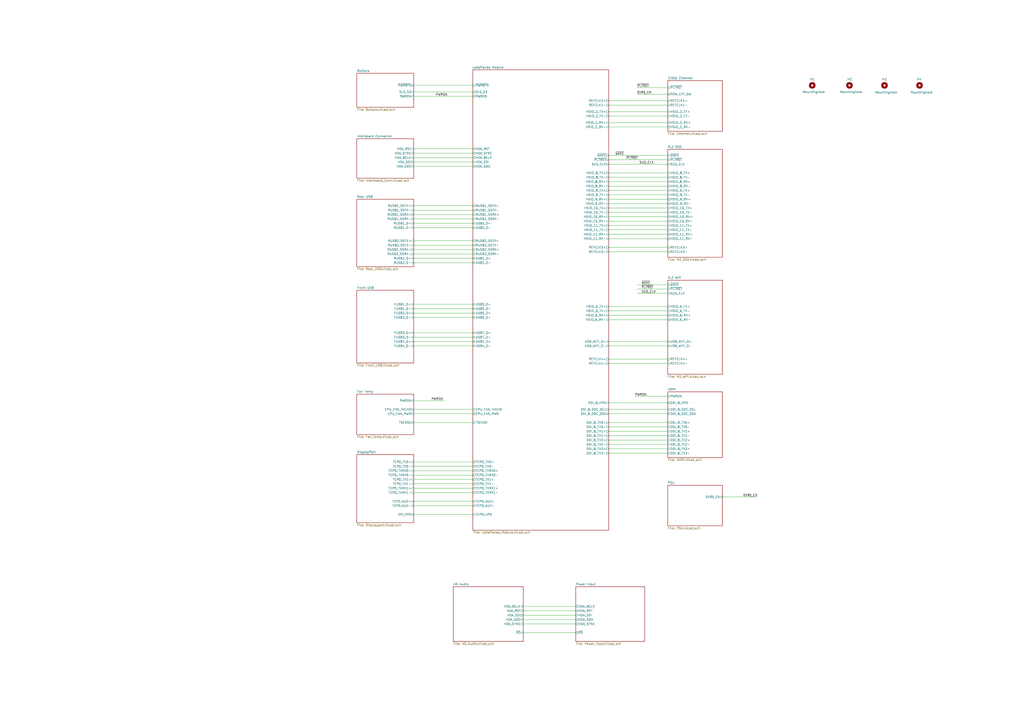
<source format=kicad_sch>
(kicad_sch
	(version 20250114)
	(generator "eeschema")
	(generator_version "9.0")
	(uuid "037207fa-f63c-49e5-a6ce-a6331a16c505")
	(paper "A2")
	(title_block
		(title "LattePanda Mu Console")
		(date "2025-07-30")
		(rev "V1.0")
	)
	(lib_symbols
		(symbol "Mechanical:MountingHole"
			(pin_names
				(offset 1.016)
			)
			(exclude_from_sim yes)
			(in_bom no)
			(on_board yes)
			(property "Reference" "H"
				(at 0 5.08 0)
				(effects
					(font
						(size 1.27 1.27)
					)
				)
			)
			(property "Value" "MountingHole"
				(at 0 3.175 0)
				(effects
					(font
						(size 1.27 1.27)
					)
				)
			)
			(property "Footprint" ""
				(at 0 0 0)
				(effects
					(font
						(size 1.27 1.27)
					)
					(hide yes)
				)
			)
			(property "Datasheet" "~"
				(at 0 0 0)
				(effects
					(font
						(size 1.27 1.27)
					)
					(hide yes)
				)
			)
			(property "Description" "Mounting Hole without connection"
				(at 0 0 0)
				(effects
					(font
						(size 1.27 1.27)
					)
					(hide yes)
				)
			)
			(property "ki_keywords" "mounting hole"
				(at 0 0 0)
				(effects
					(font
						(size 1.27 1.27)
					)
					(hide yes)
				)
			)
			(property "ki_fp_filters" "MountingHole*"
				(at 0 0 0)
				(effects
					(font
						(size 1.27 1.27)
					)
					(hide yes)
				)
			)
			(symbol "MountingHole_0_1"
				(circle
					(center 0 0)
					(radius 1.27)
					(stroke
						(width 1.27)
						(type default)
					)
					(fill
						(type none)
					)
				)
			)
			(embedded_fonts no)
		)
		(symbol "MountingHole_1"
			(pin_names
				(offset 1.016)
			)
			(exclude_from_sim yes)
			(in_bom no)
			(on_board yes)
			(property "Reference" "H"
				(at 0 5.08 0)
				(effects
					(font
						(size 1.27 1.27)
					)
				)
			)
			(property "Value" "MountingHole"
				(at 0 3.175 0)
				(effects
					(font
						(size 1.27 1.27)
					)
				)
			)
			(property "Footprint" ""
				(at 0 0 0)
				(effects
					(font
						(size 1.27 1.27)
					)
					(hide yes)
				)
			)
			(property "Datasheet" "~"
				(at 0 0 0)
				(effects
					(font
						(size 1.27 1.27)
					)
					(hide yes)
				)
			)
			(property "Description" "Mounting Hole without connection"
				(at 0 0 0)
				(effects
					(font
						(size 1.27 1.27)
					)
					(hide yes)
				)
			)
			(property "ki_keywords" "mounting hole"
				(at 0 0 0)
				(effects
					(font
						(size 1.27 1.27)
					)
					(hide yes)
				)
			)
			(property "ki_fp_filters" "MountingHole*"
				(at 0 0 0)
				(effects
					(font
						(size 1.27 1.27)
					)
					(hide yes)
				)
			)
			(symbol "MountingHole_1_0_1"
				(circle
					(center 0 0)
					(radius 1.27)
					(stroke
						(width 1.27)
						(type default)
					)
					(fill
						(type none)
					)
				)
			)
			(embedded_fonts no)
		)
	)
	(wire
		(pts
			(xy 240.03 237.49) (xy 274.32 237.49)
		)
		(stroke
			(width 0)
			(type default)
		)
		(uuid "0055e054-832d-4cae-b7bd-d195ddeb1479")
	)
	(wire
		(pts
			(xy 369.57 167.64) (xy 387.35 167.64)
		)
		(stroke
			(width 0)
			(type default)
		)
		(uuid "0123b94a-b064-4d34-9ea9-594478b5ec4a")
	)
	(wire
		(pts
			(xy 303.53 367.03) (xy 334.01 367.03)
		)
		(stroke
			(width 0)
			(type default)
		)
		(uuid "05e1a01d-163b-4629-9ff3-0fa25402ea1c")
	)
	(wire
		(pts
			(xy 353.06 113.03) (xy 387.35 113.03)
		)
		(stroke
			(width 0)
			(type default)
		)
		(uuid "069f06c9-a1e6-4ac6-a772-e216e3925a4d")
	)
	(wire
		(pts
			(xy 353.06 240.03) (xy 387.35 240.03)
		)
		(stroke
			(width 0)
			(type default)
		)
		(uuid "09422909-f927-4c6d-bec6-643d6be45a4e")
	)
	(wire
		(pts
			(xy 353.06 67.31) (xy 387.35 67.31)
		)
		(stroke
			(width 0)
			(type default)
		)
		(uuid "0a141a96-ce7f-4d34-abc7-634c49606348")
	)
	(wire
		(pts
			(xy 353.06 143.51) (xy 387.35 143.51)
		)
		(stroke
			(width 0)
			(type default)
		)
		(uuid "0ae62ce5-1cea-43d8-a0a6-77b807cb628f")
	)
	(wire
		(pts
			(xy 353.06 100.33) (xy 387.35 100.33)
		)
		(stroke
			(width 0)
			(type default)
		)
		(uuid "0b5cb41a-637e-4be8-8a95-7269ef1109c7")
	)
	(wire
		(pts
			(xy 303.53 361.95) (xy 334.01 361.95)
		)
		(stroke
			(width 0)
			(type default)
		)
		(uuid "0cddd880-72b3-4e7e-ba67-3569dd2c10d9")
	)
	(wire
		(pts
			(xy 240.03 193.04) (xy 274.32 193.04)
		)
		(stroke
			(width 0)
			(type default)
		)
		(uuid "0d9134cc-afce-421f-8add-4416472a7fa8")
	)
	(wire
		(pts
			(xy 353.06 60.96) (xy 387.35 60.96)
		)
		(stroke
			(width 0)
			(type default)
		)
		(uuid "1397e1ff-ac5b-498b-a616-a540095fad1d")
	)
	(wire
		(pts
			(xy 353.06 64.77) (xy 387.35 64.77)
		)
		(stroke
			(width 0)
			(type default)
		)
		(uuid "13a9c8de-fda6-43f4-8c1e-ed15ae3fda30")
	)
	(wire
		(pts
			(xy 419.1 288.29) (xy 439.42 288.29)
		)
		(stroke
			(width 0)
			(type default)
		)
		(uuid "13c3aa04-3bca-40fe-a2a3-a376baa62283")
	)
	(wire
		(pts
			(xy 240.03 55.88) (xy 274.32 55.88)
		)
		(stroke
			(width 0)
			(type default)
		)
		(uuid "15f38fb2-c673-40a9-a8c6-18633b74e1a9")
	)
	(wire
		(pts
			(xy 240.03 275.59) (xy 274.32 275.59)
		)
		(stroke
			(width 0)
			(type default)
		)
		(uuid "19aa57e1-94c8-467f-9a2b-dd8c54e5881b")
	)
	(wire
		(pts
			(xy 369.57 165.1) (xy 387.35 165.1)
		)
		(stroke
			(width 0)
			(type default)
		)
		(uuid "19c03343-87c8-4449-8f57-1db62759180d")
	)
	(wire
		(pts
			(xy 240.03 132.08) (xy 274.32 132.08)
		)
		(stroke
			(width 0)
			(type default)
		)
		(uuid "1b0681a2-a361-4788-a032-29929728d30f")
	)
	(wire
		(pts
			(xy 353.06 255.27) (xy 387.35 255.27)
		)
		(stroke
			(width 0)
			(type default)
		)
		(uuid "1c001387-8cb9-4be3-9797-ab1f73f4b11a")
	)
	(wire
		(pts
			(xy 240.03 49.53) (xy 274.32 49.53)
		)
		(stroke
			(width 0)
			(type default)
		)
		(uuid "1de0c86b-297b-4b54-b93f-9523a5a67012")
	)
	(wire
		(pts
			(xy 240.03 293.37) (xy 274.32 293.37)
		)
		(stroke
			(width 0)
			(type default)
		)
		(uuid "1effa85e-b144-4b13-a601-69e3e3b030e7")
	)
	(wire
		(pts
			(xy 353.06 177.8) (xy 387.35 177.8)
		)
		(stroke
			(width 0)
			(type default)
		)
		(uuid "1f00120b-ec41-4bb2-a835-48f3c3a7a0e8")
	)
	(wire
		(pts
			(xy 303.53 351.79) (xy 334.01 351.79)
		)
		(stroke
			(width 0)
			(type default)
		)
		(uuid "1f449c49-4e0d-4969-b4ce-64dd8b06cf65")
	)
	(wire
		(pts
			(xy 240.03 139.7) (xy 274.32 139.7)
		)
		(stroke
			(width 0)
			(type default)
		)
		(uuid "21bf379b-ca08-4dbb-8335-7c96368cb091")
	)
	(wire
		(pts
			(xy 353.06 247.65) (xy 387.35 247.65)
		)
		(stroke
			(width 0)
			(type default)
		)
		(uuid "26ccf5b0-bcc9-474e-b312-330124bfc224")
	)
	(wire
		(pts
			(xy 240.03 184.15) (xy 274.32 184.15)
		)
		(stroke
			(width 0)
			(type default)
		)
		(uuid "26e6f13e-eeec-460f-8713-aaf3a3db06dd")
	)
	(wire
		(pts
			(xy 240.03 152.4) (xy 274.32 152.4)
		)
		(stroke
			(width 0)
			(type default)
		)
		(uuid "2dbde088-b3c6-42af-a5a6-7e59c573c99b")
	)
	(wire
		(pts
			(xy 353.06 95.25) (xy 387.35 95.25)
		)
		(stroke
			(width 0)
			(type default)
		)
		(uuid "343dfdc0-0fc3-43c2-a78f-c50d461ccdec")
	)
	(wire
		(pts
			(xy 240.03 278.13) (xy 274.32 278.13)
		)
		(stroke
			(width 0)
			(type default)
		)
		(uuid "36671a41-3096-4880-b581-3cfbbede6191")
	)
	(wire
		(pts
			(xy 240.03 198.12) (xy 274.32 198.12)
		)
		(stroke
			(width 0)
			(type default)
		)
		(uuid "3a23c3e7-fa22-4278-a3f4-a13cb323acbf")
	)
	(wire
		(pts
			(xy 353.06 120.65) (xy 387.35 120.65)
		)
		(stroke
			(width 0)
			(type default)
		)
		(uuid "3bdf43b8-f3bd-4c59-9f8a-6170a5c099fd")
	)
	(wire
		(pts
			(xy 240.03 121.92) (xy 274.32 121.92)
		)
		(stroke
			(width 0)
			(type default)
		)
		(uuid "3e43cf5a-fe9e-4d9d-a5aa-9d641f1d81ea")
	)
	(wire
		(pts
			(xy 369.57 50.8) (xy 387.35 50.8)
		)
		(stroke
			(width 0)
			(type default)
		)
		(uuid "3f07bbe0-8150-47a2-9370-8ea47210da2d")
	)
	(wire
		(pts
			(xy 240.03 240.03) (xy 274.32 240.03)
		)
		(stroke
			(width 0)
			(type default)
		)
		(uuid "3f494938-8306-413c-8ddc-12c1b14fb515")
	)
	(wire
		(pts
			(xy 240.03 119.38) (xy 274.32 119.38)
		)
		(stroke
			(width 0)
			(type default)
		)
		(uuid "446ae5f8-3812-41d3-8616-f50fba459e3d")
	)
	(wire
		(pts
			(xy 303.53 359.41) (xy 334.01 359.41)
		)
		(stroke
			(width 0)
			(type default)
		)
		(uuid "4544cda7-e2fc-4287-8670-747ee0b67251")
	)
	(wire
		(pts
			(xy 240.03 127) (xy 274.32 127)
		)
		(stroke
			(width 0)
			(type default)
		)
		(uuid "4b4555bd-3765-4daf-90eb-54d551941469")
	)
	(wire
		(pts
			(xy 353.06 105.41) (xy 387.35 105.41)
		)
		(stroke
			(width 0)
			(type default)
		)
		(uuid "4bebabdf-7fe2-4d5c-bed6-63cfd8fee079")
	)
	(wire
		(pts
			(xy 369.57 170.18) (xy 387.35 170.18)
		)
		(stroke
			(width 0)
			(type default)
		)
		(uuid "4cac1b4a-a8b6-4071-9c3d-5366f733586b")
	)
	(wire
		(pts
			(xy 240.03 267.97) (xy 274.32 267.97)
		)
		(stroke
			(width 0)
			(type default)
		)
		(uuid "4e2bd183-6611-4548-bf56-54d93ce1ae7a")
	)
	(wire
		(pts
			(xy 240.03 181.61) (xy 274.32 181.61)
		)
		(stroke
			(width 0)
			(type default)
		)
		(uuid "4f1b9b32-4d41-47d0-b93b-b0e0d48b0273")
	)
	(wire
		(pts
			(xy 353.06 128.27) (xy 387.35 128.27)
		)
		(stroke
			(width 0)
			(type default)
		)
		(uuid "547b8c3d-fbb1-4fd3-b8d1-865e6101d7be")
	)
	(wire
		(pts
			(xy 240.03 147.32) (xy 274.32 147.32)
		)
		(stroke
			(width 0)
			(type default)
		)
		(uuid "559436d7-b464-4f30-bfd5-d7658e36aef0")
	)
	(wire
		(pts
			(xy 240.03 179.07) (xy 274.32 179.07)
		)
		(stroke
			(width 0)
			(type default)
		)
		(uuid "55e77cfb-da43-43ed-911c-0e0f578d5b39")
	)
	(wire
		(pts
			(xy 353.06 198.12) (xy 387.35 198.12)
		)
		(stroke
			(width 0)
			(type default)
		)
		(uuid "59959bb9-d591-477f-8c03-e3d960d1c422")
	)
	(wire
		(pts
			(xy 240.03 124.46) (xy 274.32 124.46)
		)
		(stroke
			(width 0)
			(type default)
		)
		(uuid "61d6072b-e018-4d21-86a0-b43ba3334ecc")
	)
	(wire
		(pts
			(xy 353.06 125.73) (xy 387.35 125.73)
		)
		(stroke
			(width 0)
			(type default)
		)
		(uuid "66aa312f-c1fa-42aa-90c8-dfac8a064a63")
	)
	(wire
		(pts
			(xy 353.06 102.87) (xy 387.35 102.87)
		)
		(stroke
			(width 0)
			(type default)
		)
		(uuid "66aa929e-58d6-4500-baea-a51a286a2a83")
	)
	(wire
		(pts
			(xy 240.03 53.34) (xy 274.32 53.34)
		)
		(stroke
			(width 0)
			(type default)
		)
		(uuid "6ab85185-bf26-4253-9cd1-40872b9e412a")
	)
	(wire
		(pts
			(xy 240.03 144.78) (xy 274.32 144.78)
		)
		(stroke
			(width 0)
			(type default)
		)
		(uuid "6cafbc0c-c907-4eab-9078-87a15c89ca2d")
	)
	(wire
		(pts
			(xy 240.03 280.67) (xy 274.32 280.67)
		)
		(stroke
			(width 0)
			(type default)
		)
		(uuid "6d03b5d3-3859-4f84-b4e4-1f66750e663b")
	)
	(wire
		(pts
			(xy 353.06 107.95) (xy 387.35 107.95)
		)
		(stroke
			(width 0)
			(type default)
		)
		(uuid "6eeb4e31-f161-4189-9574-268ecaad71aa")
	)
	(wire
		(pts
			(xy 353.06 233.68) (xy 387.35 233.68)
		)
		(stroke
			(width 0)
			(type default)
		)
		(uuid "71c9d5bf-63f5-4e0f-9907-fb91f11796a4")
	)
	(wire
		(pts
			(xy 353.06 250.19) (xy 387.35 250.19)
		)
		(stroke
			(width 0)
			(type default)
		)
		(uuid "73acbbd1-a870-48a3-b7d0-7cab5bcc66b1")
	)
	(wire
		(pts
			(xy 353.06 200.66) (xy 387.35 200.66)
		)
		(stroke
			(width 0)
			(type default)
		)
		(uuid "77f65ad1-1f4d-42c1-b8d4-774166e222c9")
	)
	(wire
		(pts
			(xy 353.06 135.89) (xy 387.35 135.89)
		)
		(stroke
			(width 0)
			(type default)
		)
		(uuid "7d86565c-16ed-42b4-901d-dc28054405c8")
	)
	(wire
		(pts
			(xy 353.06 138.43) (xy 387.35 138.43)
		)
		(stroke
			(width 0)
			(type default)
		)
		(uuid "7db983ee-816f-4cc5-8ff2-036482f045a2")
	)
	(wire
		(pts
			(xy 353.06 182.88) (xy 387.35 182.88)
		)
		(stroke
			(width 0)
			(type default)
		)
		(uuid "819734f9-6c4b-4431-b4b3-8b7d0adc9c1f")
	)
	(wire
		(pts
			(xy 240.03 285.75) (xy 274.32 285.75)
		)
		(stroke
			(width 0)
			(type default)
		)
		(uuid "84bbc3e1-65e0-4f4d-a71a-e74d51f61b58")
	)
	(wire
		(pts
			(xy 240.03 270.51) (xy 274.32 270.51)
		)
		(stroke
			(width 0)
			(type default)
		)
		(uuid "84cc7783-9035-4176-99e0-0871d38b0fb0")
	)
	(wire
		(pts
			(xy 240.03 88.9) (xy 274.32 88.9)
		)
		(stroke
			(width 0)
			(type default)
		)
		(uuid "8662ab18-551a-4e4f-87fc-bd0de221a50e")
	)
	(wire
		(pts
			(xy 353.06 133.35) (xy 387.35 133.35)
		)
		(stroke
			(width 0)
			(type default)
		)
		(uuid "884066e8-082c-4132-8f20-8d334f5d05f1")
	)
	(wire
		(pts
			(xy 240.03 273.05) (xy 274.32 273.05)
		)
		(stroke
			(width 0)
			(type default)
		)
		(uuid "8a7f6af9-0abd-479e-83f3-09295aec6c3b")
	)
	(wire
		(pts
			(xy 353.06 118.11) (xy 387.35 118.11)
		)
		(stroke
			(width 0)
			(type default)
		)
		(uuid "8bdb89fd-2d97-431e-bf81-c183adc866e5")
	)
	(wire
		(pts
			(xy 240.03 195.58) (xy 274.32 195.58)
		)
		(stroke
			(width 0)
			(type default)
		)
		(uuid "8c6be365-ac40-426a-a271-a27c5010aeb8")
	)
	(wire
		(pts
			(xy 303.53 356.87) (xy 334.01 356.87)
		)
		(stroke
			(width 0)
			(type default)
		)
		(uuid "947c58dc-fc8b-4cca-9fc4-1f24b8a7bdf2")
	)
	(wire
		(pts
			(xy 240.03 298.45) (xy 274.32 298.45)
		)
		(stroke
			(width 0)
			(type default)
		)
		(uuid "99d0daaf-f5bb-467b-9b4f-d5c8046facab")
	)
	(wire
		(pts
			(xy 353.06 185.42) (xy 387.35 185.42)
		)
		(stroke
			(width 0)
			(type default)
		)
		(uuid "9a3e4548-5219-4dbe-8225-34ed74ce72a2")
	)
	(wire
		(pts
			(xy 240.03 96.52) (xy 274.32 96.52)
		)
		(stroke
			(width 0)
			(type default)
		)
		(uuid "9aef9e05-1a63-4e6c-8d0c-c273f3c5b20e")
	)
	(wire
		(pts
			(xy 353.06 208.28) (xy 387.35 208.28)
		)
		(stroke
			(width 0)
			(type default)
		)
		(uuid "9f738a83-2e48-4517-88eb-1f83b726130a")
	)
	(wire
		(pts
			(xy 353.06 90.17) (xy 387.35 90.17)
		)
		(stroke
			(width 0)
			(type default)
		)
		(uuid "a067d4b4-3aed-43d4-a067-14b883d7b36f")
	)
	(wire
		(pts
			(xy 353.06 130.81) (xy 387.35 130.81)
		)
		(stroke
			(width 0)
			(type default)
		)
		(uuid "a3d12939-3a6d-4ff2-b4d3-398f9aa36adb")
	)
	(wire
		(pts
			(xy 353.06 237.49) (xy 387.35 237.49)
		)
		(stroke
			(width 0)
			(type default)
		)
		(uuid "a643e612-571b-417e-8b19-f30a1bfb15be")
	)
	(wire
		(pts
			(xy 353.06 257.81) (xy 387.35 257.81)
		)
		(stroke
			(width 0)
			(type default)
		)
		(uuid "aa6026e5-40df-4c9f-84bc-d0752de7c9d5")
	)
	(wire
		(pts
			(xy 240.03 176.53) (xy 274.32 176.53)
		)
		(stroke
			(width 0)
			(type default)
		)
		(uuid "abea5b42-df56-486b-a454-eac097e72972")
	)
	(wire
		(pts
			(xy 353.06 58.42) (xy 387.35 58.42)
		)
		(stroke
			(width 0)
			(type default)
		)
		(uuid "ae15f18b-e60d-4b88-ac39-242510c197f6")
	)
	(wire
		(pts
			(xy 303.53 354.33) (xy 334.01 354.33)
		)
		(stroke
			(width 0)
			(type default)
		)
		(uuid "af136e7b-9ae2-4403-98d1-ec94f3e6495d")
	)
	(wire
		(pts
			(xy 240.03 129.54) (xy 274.32 129.54)
		)
		(stroke
			(width 0)
			(type default)
		)
		(uuid "b0e15c4f-6477-46ad-852c-7aa10caaa837")
	)
	(wire
		(pts
			(xy 353.06 245.11) (xy 387.35 245.11)
		)
		(stroke
			(width 0)
			(type default)
		)
		(uuid "b2fdad60-94ca-4ab8-baae-e9ce4a89ebb5")
	)
	(wire
		(pts
			(xy 353.06 110.49) (xy 387.35 110.49)
		)
		(stroke
			(width 0)
			(type default)
		)
		(uuid "b8439165-e72f-4535-9a7f-29b4b64d9cc3")
	)
	(wire
		(pts
			(xy 353.06 115.57) (xy 387.35 115.57)
		)
		(stroke
			(width 0)
			(type default)
		)
		(uuid "bfc1e646-bc77-4c95-904c-3091976498f2")
	)
	(wire
		(pts
			(xy 240.03 283.21) (xy 274.32 283.21)
		)
		(stroke
			(width 0)
			(type default)
		)
		(uuid "c39ce2ff-ef5d-452c-979c-967a8fca7678")
	)
	(wire
		(pts
			(xy 240.03 245.11) (xy 274.32 245.11)
		)
		(stroke
			(width 0)
			(type default)
		)
		(uuid "c3f9193e-508c-4473-877d-6aebbff00a4b")
	)
	(wire
		(pts
			(xy 353.06 123.19) (xy 387.35 123.19)
		)
		(stroke
			(width 0)
			(type default)
		)
		(uuid "c7b9c8c8-8b15-4fc5-9fe1-35c22b180991")
	)
	(wire
		(pts
			(xy 353.06 73.66) (xy 387.35 73.66)
		)
		(stroke
			(width 0)
			(type default)
		)
		(uuid "c9666835-cf38-4a30-be89-5ea14353fb95")
	)
	(wire
		(pts
			(xy 368.3 229.87) (xy 387.35 229.87)
		)
		(stroke
			(width 0)
			(type default)
		)
		(uuid "cb323e01-ddf7-4716-bd9b-58b8ef178489")
	)
	(wire
		(pts
			(xy 240.03 290.83) (xy 274.32 290.83)
		)
		(stroke
			(width 0)
			(type default)
		)
		(uuid "cb8db04b-be0b-4610-83eb-1bdbed0dd097")
	)
	(wire
		(pts
			(xy 240.03 232.41) (xy 257.81 232.41)
		)
		(stroke
			(width 0)
			(type default)
		)
		(uuid "cc03b772-ebd3-45b6-b998-3d928ce14f30")
	)
	(wire
		(pts
			(xy 369.57 54.61) (xy 387.35 54.61)
		)
		(stroke
			(width 0)
			(type default)
		)
		(uuid "cca84ce4-b658-48e0-9208-1fd17874d4a8")
	)
	(wire
		(pts
			(xy 353.06 260.35) (xy 387.35 260.35)
		)
		(stroke
			(width 0)
			(type default)
		)
		(uuid "cd23d7de-1158-4c03-9e70-1e78544ab195")
	)
	(wire
		(pts
			(xy 240.03 86.36) (xy 274.32 86.36)
		)
		(stroke
			(width 0)
			(type default)
		)
		(uuid "d0000e86-c378-43d6-892f-cc89d1dbe6d3")
	)
	(wire
		(pts
			(xy 240.03 93.98) (xy 274.32 93.98)
		)
		(stroke
			(width 0)
			(type default)
		)
		(uuid "d292e8c2-f7eb-42c9-9f0f-088f623d9e1e")
	)
	(wire
		(pts
			(xy 240.03 149.86) (xy 274.32 149.86)
		)
		(stroke
			(width 0)
			(type default)
		)
		(uuid "d4f43808-2d10-42ab-bf6b-95ec56b9f076")
	)
	(wire
		(pts
			(xy 353.06 71.12) (xy 387.35 71.12)
		)
		(stroke
			(width 0)
			(type default)
		)
		(uuid "e04f681c-5763-4eb0-b591-f9ab21503fd9")
	)
	(wire
		(pts
			(xy 353.06 146.05) (xy 387.35 146.05)
		)
		(stroke
			(width 0)
			(type default)
		)
		(uuid "ea9a7dce-7d50-40e0-90bc-29fd1af5d1b0")
	)
	(wire
		(pts
			(xy 353.06 252.73) (xy 387.35 252.73)
		)
		(stroke
			(width 0)
			(type default)
		)
		(uuid "efc1c5e0-7ea9-467a-a4e7-c9fe1bed6c60")
	)
	(wire
		(pts
			(xy 353.06 92.71) (xy 387.35 92.71)
		)
		(stroke
			(width 0)
			(type default)
		)
		(uuid "f0e88d80-09be-4412-b0d5-b886c2c78ce6")
	)
	(wire
		(pts
			(xy 240.03 200.66) (xy 274.32 200.66)
		)
		(stroke
			(width 0)
			(type default)
		)
		(uuid "f24c7a4e-b1fc-4e9d-956b-54b8140b6a62")
	)
	(wire
		(pts
			(xy 353.06 180.34) (xy 387.35 180.34)
		)
		(stroke
			(width 0)
			(type default)
		)
		(uuid "f9774a38-5d9b-408a-b6b7-32eb5b80c9aa")
	)
	(wire
		(pts
			(xy 240.03 142.24) (xy 274.32 142.24)
		)
		(stroke
			(width 0)
			(type default)
		)
		(uuid "fcbc6de7-5f4c-40a2-bd30-d480890d5f20")
	)
	(wire
		(pts
			(xy 353.06 210.82) (xy 387.35 210.82)
		)
		(stroke
			(width 0)
			(type default)
		)
		(uuid "fd9ffc17-ee3b-46f0-822a-71305f8e165c")
	)
	(wire
		(pts
			(xy 353.06 262.89) (xy 387.35 262.89)
		)
		(stroke
			(width 0)
			(type default)
		)
		(uuid "fe0b623f-95d5-4398-9df8-7c399a76e7cf")
	)
	(wire
		(pts
			(xy 240.03 91.44) (xy 274.32 91.44)
		)
		(stroke
			(width 0)
			(type default)
		)
		(uuid "ff8bac18-b83e-4a00-83fc-a28a371d279b")
	)
	(label "~{PLTRST}"
		(at 369.57 50.8 0)
		(effects
			(font
				(size 1.27 1.27)
			)
			(justify left bottom)
		)
		(uuid "15ee53e8-087c-46fc-8c07-647daf76155c")
	)
	(label "~{WAKE}"
		(at 356.87 90.17 0)
		(effects
			(font
				(size 1.27 1.27)
			)
			(justify left bottom)
		)
		(uuid "1c1f58f2-65d6-4198-859c-69264c200c51")
	)
	(label "SUS_CLK"
		(at 370.84 95.25 0)
		(effects
			(font
				(size 1.27 1.27)
			)
			(justify left bottom)
		)
		(uuid "32608d4a-25f2-42dd-ab9c-b24534e36056")
	)
	(label "~{PLTRST}"
		(at 363.22 92.71 0)
		(effects
			(font
				(size 1.27 1.27)
			)
			(justify left bottom)
		)
		(uuid "530010a4-a4f8-4fc5-b587-de7b0986c82c")
	)
	(label "SUS_CLK"
		(at 372.11 170.18 0)
		(effects
			(font
				(size 1.27 1.27)
			)
			(justify left bottom)
		)
		(uuid "634cc17d-0e5e-45cf-9eb9-191d0e6f4698")
	)
	(label "0V95_EN"
		(at 439.42 288.29 180)
		(effects
			(font
				(size 1.27 1.27)
			)
			(justify right bottom)
		)
		(uuid "82814623-dfdc-496d-b46e-69f2aa663cae")
	)
	(label "PWRON"
		(at 252.73 55.88 0)
		(effects
			(font
				(size 1.27 1.27)
			)
			(justify left bottom)
		)
		(uuid "96412a57-eecf-42c1-80fe-ae5dc0657806")
	)
	(label "0V95_EN"
		(at 369.57 54.61 0)
		(effects
			(font
				(size 1.27 1.27)
			)
			(justify left bottom)
		)
		(uuid "b5a89642-1b28-49ff-a757-ddb972415f3e")
	)
	(label "PWRON"
		(at 250.19 232.41 0)
		(effects
			(font
				(size 1.27 1.27)
			)
			(justify left bottom)
		)
		(uuid "bf1e47d7-105d-4386-bcb8-62ebbf290543")
	)
	(label "~{WAKE}"
		(at 372.11 165.1 0)
		(effects
			(font
				(size 1.27 1.27)
			)
			(justify left bottom)
		)
		(uuid "e775bb64-d5f4-408d-a4df-94d70b8eee5a")
	)
	(label "~{PLTRST}"
		(at 372.11 167.64 0)
		(effects
			(font
				(size 1.27 1.27)
			)
			(justify left bottom)
		)
		(uuid "e89af2c3-04cc-4e87-82b2-c13c6108aa60")
	)
	(label "PWRON"
		(at 368.3 229.87 0)
		(effects
			(font
				(size 1.27 1.27)
			)
			(justify left bottom)
		)
		(uuid "e9a7fc32-4f04-4dd8-b63a-1216c21da66c")
	)
	(symbol
		(lib_id "Mechanical:MountingHole")
		(at 513.08 49.53 0)
		(unit 1)
		(exclude_from_sim yes)
		(in_bom no)
		(on_board yes)
		(dnp no)
		(uuid "32f41c87-f32a-424a-8ef2-75d94383fd6b")
		(property "Reference" "H3"
			(at 511.556 45.974 0)
			(effects
				(font
					(size 1.27 1.27)
				)
				(justify left)
			)
		)
		(property "Value" "MountingHole"
			(at 507.492 53.594 0)
			(effects
				(font
					(size 1.27 1.27)
				)
				(justify left)
			)
		)
		(property "Footprint" "MountingHole:MountingHole_2.5mm"
			(at 513.08 49.53 0)
			(effects
				(font
					(size 1.27 1.27)
				)
				(hide yes)
			)
		)
		(property "Datasheet" "~"
			(at 513.08 49.53 0)
			(effects
				(font
					(size 1.27 1.27)
				)
				(hide yes)
			)
		)
		(property "Description" "Mounting Hole without connection"
			(at 513.08 49.53 0)
			(effects
				(font
					(size 1.27 1.27)
				)
				(hide yes)
			)
		)
		(property "Package" ""
			(at 513.08 49.53 0)
			(effects
				(font
					(size 1.27 1.27)
				)
			)
		)
		(property "Part#" ""
			(at 513.08 49.53 0)
			(effects
				(font
					(size 1.27 1.27)
				)
			)
		)
		(instances
			(project ""
				(path "/037207fa-f63c-49e5-a6ce-a6331a16c505"
					(reference "H3")
					(unit 1)
				)
			)
		)
	)
	(symbol
		(lib_id "Mechanical:MountingHole")
		(at 492.76 49.53 0)
		(unit 1)
		(exclude_from_sim yes)
		(in_bom no)
		(on_board yes)
		(dnp no)
		(uuid "97e1e5ba-870c-41d8-a7a9-a61bada60f4c")
		(property "Reference" "H2"
			(at 491.49 45.974 0)
			(effects
				(font
					(size 1.27 1.27)
				)
				(justify left)
			)
		)
		(property "Value" "MountingHole"
			(at 487.172 53.34 0)
			(effects
				(font
					(size 1.27 1.27)
				)
				(justify left)
			)
		)
		(property "Footprint" "MountingHole:MountingHole_2.5mm"
			(at 492.76 49.53 0)
			(effects
				(font
					(size 1.27 1.27)
				)
				(hide yes)
			)
		)
		(property "Datasheet" "~"
			(at 492.76 49.53 0)
			(effects
				(font
					(size 1.27 1.27)
				)
				(hide yes)
			)
		)
		(property "Description" "Mounting Hole without connection"
			(at 492.76 49.53 0)
			(effects
				(font
					(size 1.27 1.27)
				)
				(hide yes)
			)
		)
		(property "Package" ""
			(at 492.76 49.53 0)
			(effects
				(font
					(size 1.27 1.27)
				)
			)
		)
		(property "Part#" ""
			(at 492.76 49.53 0)
			(effects
				(font
					(size 1.27 1.27)
				)
			)
		)
		(instances
			(project ""
				(path "/037207fa-f63c-49e5-a6ce-a6331a16c505"
					(reference "H2")
					(unit 1)
				)
			)
		)
	)
	(symbol
		(lib_id "Mechanical:MountingHole")
		(at 533.4 49.53 0)
		(unit 1)
		(exclude_from_sim yes)
		(in_bom no)
		(on_board yes)
		(dnp no)
		(uuid "d0255d2b-4b74-495f-ae1e-42516f5ef9ef")
		(property "Reference" "H4"
			(at 531.876 45.974 0)
			(effects
				(font
					(size 1.27 1.27)
				)
				(justify left)
			)
		)
		(property "Value" "MountingHole"
			(at 528.066 53.594 0)
			(effects
				(font
					(size 1.27 1.27)
				)
				(justify left)
			)
		)
		(property "Footprint" "MountingHole:MountingHole_2.5mm"
			(at 533.4 49.53 0)
			(effects
				(font
					(size 1.27 1.27)
				)
				(hide yes)
			)
		)
		(property "Datasheet" "~"
			(at 533.4 49.53 0)
			(effects
				(font
					(size 1.27 1.27)
				)
				(hide yes)
			)
		)
		(property "Description" "Mounting Hole without connection"
			(at 533.4 49.53 0)
			(effects
				(font
					(size 1.27 1.27)
				)
				(hide yes)
			)
		)
		(property "Package" ""
			(at 533.4 49.53 0)
			(effects
				(font
					(size 1.27 1.27)
				)
			)
		)
		(property "Part#" ""
			(at 533.4 49.53 0)
			(effects
				(font
					(size 1.27 1.27)
				)
			)
		)
		(instances
			(project ""
				(path "/037207fa-f63c-49e5-a6ce-a6331a16c505"
					(reference "H4")
					(unit 1)
				)
			)
		)
	)
	(symbol
		(lib_name "MountingHole_1")
		(lib_id "Mechanical:MountingHole")
		(at 471.17 49.53 0)
		(unit 1)
		(exclude_from_sim yes)
		(in_bom no)
		(on_board yes)
		(dnp no)
		(uuid "ec7f3c3e-b8ab-4202-869b-01a5a25b5e16")
		(property "Reference" "H1"
			(at 469.646 45.974 0)
			(effects
				(font
					(size 1.27 1.27)
				)
				(justify left)
			)
		)
		(property "Value" "MountingHole"
			(at 465.582 53.34 0)
			(effects
				(font
					(size 1.27 1.27)
				)
				(justify left)
			)
		)
		(property "Footprint" "MountingHole:MountingHole_2.5mm"
			(at 471.17 49.53 0)
			(effects
				(font
					(size 1.27 1.27)
				)
				(hide yes)
			)
		)
		(property "Datasheet" "~"
			(at 471.17 49.53 0)
			(effects
				(font
					(size 1.27 1.27)
				)
				(hide yes)
			)
		)
		(property "Description" "Mounting Hole without connection"
			(at 471.17 49.53 0)
			(effects
				(font
					(size 1.27 1.27)
				)
				(hide yes)
			)
		)
		(property "Package" ""
			(at 471.17 49.53 0)
			(effects
				(font
					(size 1.27 1.27)
				)
				(hide yes)
			)
		)
		(property "Part#" ""
			(at 471.17 49.53 0)
			(effects
				(font
					(size 1.27 1.27)
				)
				(hide yes)
			)
		)
		(instances
			(project ""
				(path "/037207fa-f63c-49e5-a6ce-a6331a16c505"
					(reference "H1")
					(unit 1)
				)
			)
		)
	)
	(sheet
		(at 207.01 80.518)
		(size 33.02 22.86)
		(exclude_from_sim no)
		(in_bom yes)
		(on_board yes)
		(dnp no)
		(fields_autoplaced yes)
		(stroke
			(width 0.1524)
			(type solid)
		)
		(fill
			(color 0 0 0 0.0000)
		)
		(uuid "052f1406-ec9a-47da-bb12-2193486ba6f8")
		(property "Sheetname" "Interboard Connector"
			(at 207.01 79.8064 0)
			(effects
				(font
					(size 1.27 1.27)
				)
				(justify left bottom)
			)
		)
		(property "Sheetfile" "Interboard_Conn.kicad_sch"
			(at 207.01 103.9626 0)
			(effects
				(font
					(size 1.27 1.27)
				)
				(justify left top)
			)
		)
		(pin "HDA_BCLK" input
			(at 240.03 91.44 0)
			(uuid "3c69b4e1-935d-457b-9d55-c1187f8a2c8c")
			(effects
				(font
					(size 1.27 1.27)
				)
				(justify right)
			)
		)
		(pin "HDA_RST" input
			(at 240.03 86.36 0)
			(uuid "0b87e442-f99f-4504-860c-1f65097611b7")
			(effects
				(font
					(size 1.27 1.27)
				)
				(justify right)
			)
		)
		(pin "HDA_SDI" output
			(at 240.03 93.98 0)
			(uuid "fa3a493d-b9dd-4798-9a07-44601ede3c6f")
			(effects
				(font
					(size 1.27 1.27)
				)
				(justify right)
			)
		)
		(pin "HDA_SDO" input
			(at 240.03 96.52 0)
			(uuid "e27f3f88-94b8-4ad0-ba5f-4b3c6b899a51")
			(effects
				(font
					(size 1.27 1.27)
				)
				(justify right)
			)
		)
		(pin "HDA_SYNC" input
			(at 240.03 88.9 0)
			(uuid "683352e5-2385-43f2-8468-039add2fd1bb")
			(effects
				(font
					(size 1.27 1.27)
				)
				(justify right)
			)
		)
		(instances
			(project "MiniMu_Next"
				(path "/037207fa-f63c-49e5-a6ce-a6331a16c505"
					(page "3")
				)
			)
		)
	)
	(sheet
		(at 387.35 86.614)
		(size 31.75 62.611)
		(exclude_from_sim no)
		(in_bom yes)
		(on_board yes)
		(dnp no)
		(fields_autoplaced yes)
		(stroke
			(width 0.1524)
			(type solid)
		)
		(fill
			(color 0 0 0 0.0000)
		)
		(uuid "14d85d92-632d-4e44-84fb-dd6f6a232597")
		(property "Sheetname" "M.2 SSD"
			(at 387.35 85.9024 0)
			(effects
				(font
					(size 1.27 1.27)
				)
				(justify left bottom)
			)
		)
		(property "Sheetfile" "M2_SSD.kicad_sch"
			(at 387.35 149.8096 0)
			(effects
				(font
					(size 1.27 1.27)
				)
				(justify left top)
			)
		)
		(pin "~{PLTRST}" input
			(at 387.35 92.71 180)
			(uuid "c23c5992-952b-4ac3-852d-d0f48d1ebddf")
			(effects
				(font
					(size 1.27 1.27)
				)
				(justify left)
			)
		)
		(pin "~{WAKE}" input
			(at 387.35 90.17 180)
			(uuid "0ecb70b2-e888-43ec-a3b4-8318414b2e99")
			(effects
				(font
					(size 1.27 1.27)
				)
				(justify left)
			)
		)
		(pin "SUS_CLK" input
			(at 387.35 95.25 180)
			(uuid "76910335-87b4-4d0d-adb6-a594bb037642")
			(effects
				(font
					(size 1.27 1.27)
				)
				(justify left)
			)
		)
		(pin "HSIO_9_TX+" input
			(at 387.35 110.49 180)
			(uuid "b08d66a4-9fd5-4995-8b9a-d9f9290b6095")
			(effects
				(font
					(size 1.27 1.27)
				)
				(justify left)
			)
		)
		(pin "HSIO_9_RX-" output
			(at 387.35 118.11 180)
			(uuid "f2543b72-b2ad-4ba9-b3c9-5145b9c6486d")
			(effects
				(font
					(size 1.27 1.27)
				)
				(justify left)
			)
		)
		(pin "HSIO_9_RX+" output
			(at 387.35 115.57 180)
			(uuid "0ee178a0-7568-49c5-bba6-a80cd9d7556f")
			(effects
				(font
					(size 1.27 1.27)
				)
				(justify left)
			)
		)
		(pin "HSIO_9_TX-" input
			(at 387.35 113.03 180)
			(uuid "17b208f7-f8af-4165-927f-3ac0cc94d681")
			(effects
				(font
					(size 1.27 1.27)
				)
				(justify left)
			)
		)
		(pin "HSIO_8_TX-" input
			(at 387.35 102.87 180)
			(uuid "6e977c25-5a87-4f2f-8ec5-160f64ac9025")
			(effects
				(font
					(size 1.27 1.27)
				)
				(justify left)
			)
		)
		(pin "HSIO_8_TX+" input
			(at 387.35 100.33 180)
			(uuid "bb262cb1-6f2d-4715-a3dc-d6e7cdb6f1ed")
			(effects
				(font
					(size 1.27 1.27)
				)
				(justify left)
			)
		)
		(pin "HSIO_8_RX-" output
			(at 387.35 107.95 180)
			(uuid "d6e7710e-80e2-453d-bbe9-ab79fa541715")
			(effects
				(font
					(size 1.27 1.27)
				)
				(justify left)
			)
		)
		(pin "HSIO_8_RX+" output
			(at 387.35 105.41 180)
			(uuid "be322e83-8dfb-41f2-b5e6-ca60cf50a384")
			(effects
				(font
					(size 1.27 1.27)
				)
				(justify left)
			)
		)
		(pin "HSIO_10_RX+" output
			(at 387.35 125.73 180)
			(uuid "89a51d48-74bc-4d53-9703-9e1f766560ba")
			(effects
				(font
					(size 1.27 1.27)
				)
				(justify left)
			)
		)
		(pin "HSIO_11_TX-" input
			(at 387.35 133.35 180)
			(uuid "a43255ce-c147-4396-8f2f-7140e7434717")
			(effects
				(font
					(size 1.27 1.27)
				)
				(justify left)
			)
		)
		(pin "HSIO_11_RX-" output
			(at 387.35 138.43 180)
			(uuid "28b990a4-d1c8-453a-a3e1-edbb71b2ae35")
			(effects
				(font
					(size 1.27 1.27)
				)
				(justify left)
			)
		)
		(pin "HSIO_11_TX+" input
			(at 387.35 130.81 180)
			(uuid "978b058d-4555-4ecd-8278-ecbb622bda66")
			(effects
				(font
					(size 1.27 1.27)
				)
				(justify left)
			)
		)
		(pin "HSIO_11_RX+" output
			(at 387.35 135.89 180)
			(uuid "fb55da53-0830-44f0-8917-fdb4091ea3ad")
			(effects
				(font
					(size 1.27 1.27)
				)
				(justify left)
			)
		)
		(pin "HSIO_10_TX-" input
			(at 387.35 123.19 180)
			(uuid "2276d79b-2083-4cee-bc1c-0fc44b289349")
			(effects
				(font
					(size 1.27 1.27)
				)
				(justify left)
			)
		)
		(pin "HSIO_10_TX+" input
			(at 387.35 120.65 180)
			(uuid "3598401f-feef-438a-af7b-9eb3ddc77fa3")
			(effects
				(font
					(size 1.27 1.27)
				)
				(justify left)
			)
		)
		(pin "HSIO_10_RX-" output
			(at 387.35 128.27 180)
			(uuid "d11dcf14-eb3a-4821-bebc-47bf313d81b1")
			(effects
				(font
					(size 1.27 1.27)
				)
				(justify left)
			)
		)
		(pin "REFCLK3+" input
			(at 387.35 143.51 180)
			(uuid "be7c20ba-7d45-455a-990a-0adbdad8a2c5")
			(effects
				(font
					(size 1.27 1.27)
				)
				(justify left)
			)
		)
		(pin "REFCLK3-" input
			(at 387.35 146.05 180)
			(uuid "d51820e5-953d-4aba-9821-560650081f76")
			(effects
				(font
					(size 1.27 1.27)
				)
				(justify left)
			)
		)
		(instances
			(project "MiniMu_Next"
				(path "/037207fa-f63c-49e5-a6ce-a6331a16c505"
					(page "10")
				)
			)
		)
	)
	(sheet
		(at 207.01 263.652)
		(size 33.02 39.624)
		(exclude_from_sim no)
		(in_bom yes)
		(on_board yes)
		(dnp no)
		(fields_autoplaced yes)
		(stroke
			(width 0.1524)
			(type solid)
		)
		(fill
			(color 0 0 0 0.0000)
		)
		(uuid "24a7dd7b-5be6-441b-858b-57da023b1ac9")
		(property "Sheetname" "DisplayPort"
			(at 207.01 262.9404 0)
			(effects
				(font
					(size 1.27 1.27)
				)
				(justify left bottom)
			)
		)
		(property "Sheetfile" "Displayport.kicad_sch"
			(at 207.01 303.8606 0)
			(effects
				(font
					(size 1.27 1.27)
				)
				(justify left top)
			)
		)
		(pin "TCP0_AUX+" bidirectional
			(at 240.03 290.83 0)
			(uuid "e6f07850-d3bd-4841-8427-fc8b1212a76b")
			(effects
				(font
					(size 1.27 1.27)
				)
				(justify right)
			)
		)
		(pin "TCP0_AUX-" bidirectional
			(at 240.03 293.37 0)
			(uuid "bc4e680c-4f6c-46a0-b068-30aa07729255")
			(effects
				(font
					(size 1.27 1.27)
				)
				(justify right)
			)
		)
		(pin "TCP0_TX0+" input
			(at 240.03 267.97 0)
			(uuid "c08608f9-2da3-43d7-b1b3-bc12eab18f63")
			(effects
				(font
					(size 1.27 1.27)
				)
				(justify right)
			)
		)
		(pin "TCP0_TX0-" input
			(at 240.03 270.51 0)
			(uuid "fdc4e4a7-5744-419f-b23a-80bb3eb5d6b9")
			(effects
				(font
					(size 1.27 1.27)
				)
				(justify right)
			)
		)
		(pin "TCP0_TX1+" input
			(at 240.03 278.13 0)
			(uuid "814c228d-3e0c-40d3-9c16-6caa280d3b5d")
			(effects
				(font
					(size 1.27 1.27)
				)
				(justify right)
			)
		)
		(pin "TCP0_TX1-" input
			(at 240.03 280.67 0)
			(uuid "45b06aa6-ba00-4c35-8122-ca4b6630aa04")
			(effects
				(font
					(size 1.27 1.27)
				)
				(justify right)
			)
		)
		(pin "TCP0_TXRX0+" input
			(at 240.03 273.05 0)
			(uuid "1935144d-d6c7-4467-8158-a66758d9708d")
			(effects
				(font
					(size 1.27 1.27)
				)
				(justify right)
			)
		)
		(pin "TCP0_TXRX0-" input
			(at 240.03 275.59 0)
			(uuid "2c8766ba-1d44-492d-b569-8cec0ce7c6bb")
			(effects
				(font
					(size 1.27 1.27)
				)
				(justify right)
			)
		)
		(pin "TCP0_TXRX1+" input
			(at 240.03 283.21 0)
			(uuid "a5ffa9b2-9d30-4314-8bf9-fc8cd929c72e")
			(effects
				(font
					(size 1.27 1.27)
				)
				(justify right)
			)
		)
		(pin "TCP0_TXRX1-" input
			(at 240.03 285.75 0)
			(uuid "7ddbc43d-6f7f-4607-b72d-bae8c78fe32b")
			(effects
				(font
					(size 1.27 1.27)
				)
				(justify right)
			)
		)
		(pin "DP_HPD" output
			(at 240.03 298.45 0)
			(uuid "7ecf78d1-0e0d-4b4b-b80a-e872a162c93d")
			(effects
				(font
					(size 1.27 1.27)
				)
				(justify right)
			)
		)
		(instances
			(project "MiniMu_Next"
				(path "/037207fa-f63c-49e5-a6ce-a6331a16c505"
					(page "13")
				)
			)
		)
	)
	(sheet
		(at 274.32 40.386)
		(size 78.74 267.208)
		(exclude_from_sim no)
		(in_bom yes)
		(on_board yes)
		(dnp no)
		(stroke
			(width 0.1524)
			(type solid)
		)
		(fill
			(color 0 0 0 0.0000)
		)
		(uuid "2b45f668-1f11-49e7-b80f-7863a456530d")
		(property "Sheetname" "LattePanda Module"
			(at 273.812 39.878 0)
			(effects
				(font
					(size 1.27 1.27)
				)
				(justify left bottom)
			)
		)
		(property "Sheetfile" "LattePanda_Module.kicad_sch"
			(at 274.32 308.102 0)
			(effects
				(font
					(size 1.27 1.27)
				)
				(justify left top)
			)
		)
		(pin "DDI_B_HPD" input
			(at 353.06 233.68 0)
			(uuid "3358f02f-9a8d-41ab-9c07-a84a8a4a1b73")
			(effects
				(font
					(size 1.27 1.27)
				)
				(justify right)
			)
		)
		(pin "DDI_B_TX1-" output
			(at 353.06 252.73 0)
			(uuid "d77aa696-32d0-4e8c-be9b-e8806537fa66")
			(effects
				(font
					(size 1.27 1.27)
				)
				(justify right)
			)
		)
		(pin "DDI_B_TX0-" output
			(at 353.06 247.65 0)
			(uuid "1bbabf61-1115-48c1-9c9e-4eafe039cf4e")
			(effects
				(font
					(size 1.27 1.27)
				)
				(justify right)
			)
		)
		(pin "DDI_B_TX0+" output
			(at 353.06 245.11 0)
			(uuid "cc5096d6-df94-4eb6-bdcd-1485dd882279")
			(effects
				(font
					(size 1.27 1.27)
				)
				(justify right)
			)
		)
		(pin "DDI_B_TX1+" output
			(at 353.06 250.19 0)
			(uuid "952fb3f3-466f-4cc7-83e8-5b0a09e0d0bc")
			(effects
				(font
					(size 1.27 1.27)
				)
				(justify right)
			)
		)
		(pin "DDI_B_TX2-" output
			(at 353.06 257.81 0)
			(uuid "937729e0-81fa-45b2-8a5f-b1ef2620f2c6")
			(effects
				(font
					(size 1.27 1.27)
				)
				(justify right)
			)
		)
		(pin "DDI_B_TX2+" output
			(at 353.06 255.27 0)
			(uuid "48df8560-d18d-463e-ba5d-28951fd187f3")
			(effects
				(font
					(size 1.27 1.27)
				)
				(justify right)
			)
		)
		(pin "DDI_B_TX3-" output
			(at 353.06 262.89 0)
			(uuid "5377460a-82ad-418e-9e56-bbb9f1ea8664")
			(effects
				(font
					(size 1.27 1.27)
				)
				(justify right)
			)
		)
		(pin "DDI_B_TX3+" output
			(at 353.06 260.35 0)
			(uuid "4c55f47e-ef17-4a6f-9838-af2847ba99a8")
			(effects
				(font
					(size 1.27 1.27)
				)
				(justify right)
			)
		)
		(pin "~{PWRBTN}" input
			(at 274.32 49.53 180)
			(uuid "e9bb9530-746b-46ae-b54f-5a280c336777")
			(effects
				(font
					(size 1.27 1.27)
				)
				(justify left)
			)
		)
		(pin "TSENSE" input
			(at 274.32 245.11 180)
			(uuid "d4be2be8-bd2c-44e1-80a0-6ef47df07db2")
			(effects
				(font
					(size 1.27 1.27)
				)
				(justify left)
			)
		)
		(pin "PWRON" output
			(at 274.32 55.88 180)
			(uuid "ad9a0ad5-d537-4b7d-96fe-f15361eee00a")
			(effects
				(font
					(size 1.27 1.27)
				)
				(justify left)
			)
		)
		(pin "HSIO_2_TX+" output
			(at 353.06 64.77 0)
			(uuid "37dcb1a9-bf5b-4d46-8553-e38ff39b5902")
			(effects
				(font
					(size 1.27 1.27)
				)
				(justify right)
			)
		)
		(pin "HSIO_2_TX-" output
			(at 353.06 67.31 0)
			(uuid "c03884d5-9d0c-49bc-b33e-453561a7ffde")
			(effects
				(font
					(size 1.27 1.27)
				)
				(justify right)
			)
		)
		(pin "HSIO_2_RX-" input
			(at 353.06 73.66 0)
			(uuid "7edd8b95-9a40-4dd5-89ed-6113eae57096")
			(effects
				(font
					(size 1.27 1.27)
				)
				(justify right)
			)
		)
		(pin "HSIO_2_RX+" input
			(at 353.06 71.12 0)
			(uuid "2652d078-ba4e-405c-bc73-11227c62e84e")
			(effects
				(font
					(size 1.27 1.27)
				)
				(justify right)
			)
		)
		(pin "~{WAKE}" output
			(at 353.06 90.17 0)
			(uuid "d9660db5-dfab-428d-8596-c8acd1ac0a47")
			(effects
				(font
					(size 1.27 1.27)
				)
				(justify right)
			)
		)
		(pin "~{PLTRST}" output
			(at 353.06 92.71 0)
			(uuid "e23c75e0-2a79-4b12-a9d5-9b9174d126b7")
			(effects
				(font
					(size 1.27 1.27)
				)
				(justify right)
			)
		)
		(pin "SUS_CLK" output
			(at 353.06 95.25 0)
			(uuid "895974b9-6144-4025-8d75-5bfd3f57b913")
			(effects
				(font
					(size 1.27 1.27)
				)
				(justify right)
			)
		)
		(pin "DDI_B_DDC_SDA" bidirectional
			(at 353.06 240.03 0)
			(uuid "3930b194-4ada-403b-a337-cf290ecba27c")
			(effects
				(font
					(size 1.27 1.27)
				)
				(justify right)
			)
		)
		(pin "DDI_B_DDC_SCL" output
			(at 353.06 237.49 0)
			(uuid "0b03a475-2107-4afb-a27f-0e1ae3d7ee04")
			(effects
				(font
					(size 1.27 1.27)
				)
				(justify right)
			)
		)
		(pin "HSIO_11_TX-" output
			(at 353.06 133.35 0)
			(uuid "15bc1be2-0cfb-416b-b809-e9841b2c2cac")
			(effects
				(font
					(size 1.27 1.27)
				)
				(justify right)
			)
		)
		(pin "HSIO_10_TX+" output
			(at 353.06 120.65 0)
			(uuid "42cba35a-a46b-4bd4-b506-c6b6e378c5fa")
			(effects
				(font
					(size 1.27 1.27)
				)
				(justify right)
			)
		)
		(pin "HSIO_9_TX-" output
			(at 353.06 113.03 0)
			(uuid "99b07ba4-b033-4e86-a188-3e5edb5ac336")
			(effects
				(font
					(size 1.27 1.27)
				)
				(justify right)
			)
		)
		(pin "HSIO_9_TX+" output
			(at 353.06 110.49 0)
			(uuid "310df3a2-f19b-4c6e-b432-9f7b61a4cff4")
			(effects
				(font
					(size 1.27 1.27)
				)
				(justify right)
			)
		)
		(pin "HSIO_10_TX-" output
			(at 353.06 123.19 0)
			(uuid "c2a01349-5ca9-4a0d-9fae-f5c0bbf1fdec")
			(effects
				(font
					(size 1.27 1.27)
				)
				(justify right)
			)
		)
		(pin "HSIO_11_TX+" output
			(at 353.06 130.81 0)
			(uuid "6b189a9b-719b-4625-9d20-b96b73802cc4")
			(effects
				(font
					(size 1.27 1.27)
				)
				(justify right)
			)
		)
		(pin "HSIO_9_RX+" input
			(at 353.06 115.57 0)
			(uuid "e663c4d6-183a-4250-96c2-303f54a9b68e")
			(effects
				(font
					(size 1.27 1.27)
				)
				(justify right)
			)
		)
		(pin "HSIO_10_RX-" input
			(at 353.06 128.27 0)
			(uuid "08837a95-ca31-4ff9-bb03-420235309062")
			(effects
				(font
					(size 1.27 1.27)
				)
				(justify right)
			)
		)
		(pin "HSIO_10_RX+" input
			(at 353.06 125.73 0)
			(uuid "f5f5e7a4-dce6-40db-856c-bbccafa1aacb")
			(effects
				(font
					(size 1.27 1.27)
				)
				(justify right)
			)
		)
		(pin "HSIO_11_RX+" input
			(at 353.06 135.89 0)
			(uuid "f981a90c-7914-4474-8560-3259c5e1359c")
			(effects
				(font
					(size 1.27 1.27)
				)
				(justify right)
			)
		)
		(pin "HSIO_11_RX-" input
			(at 353.06 138.43 0)
			(uuid "4130e5fa-e7e5-492a-8b90-81d87cc76098")
			(effects
				(font
					(size 1.27 1.27)
				)
				(justify right)
			)
		)
		(pin "HSIO_9_RX-" input
			(at 353.06 118.11 0)
			(uuid "93cdb637-70f9-44b8-a271-50ca2e8ea145")
			(effects
				(font
					(size 1.27 1.27)
				)
				(justify right)
			)
		)
		(pin "CPU_FAN_PWM" output
			(at 274.32 240.03 180)
			(uuid "77785b78-893a-45f9-a24a-be73988cdb9d")
			(effects
				(font
					(size 1.27 1.27)
				)
				(justify left)
			)
		)
		(pin "CPU_FAN_TACHO" input
			(at 274.32 237.49 180)
			(uuid "c826941e-0295-46f5-a1f2-cdc98ff9f4d4")
			(effects
				(font
					(size 1.27 1.27)
				)
				(justify left)
			)
		)
		(pin "USB1_D-" bidirectional
			(at 274.32 152.4 180)
			(uuid "0a37a7b3-bc1f-41aa-a328-f99157bd74fd")
			(effects
				(font
					(size 1.27 1.27)
				)
				(justify left)
			)
		)
		(pin "USB2_D-" bidirectional
			(at 274.32 132.08 180)
			(uuid "82f85714-66bf-4ffa-b14c-326af0b667a9")
			(effects
				(font
					(size 1.27 1.27)
				)
				(justify left)
			)
		)
		(pin "USB2_D+" bidirectional
			(at 274.32 129.54 180)
			(uuid "2daa2bd9-c578-43af-b6a1-15edf6055c1d")
			(effects
				(font
					(size 1.27 1.27)
				)
				(justify left)
			)
		)
		(pin "USB1_D+" bidirectional
			(at 274.32 149.86 180)
			(uuid "89a89513-8bc4-4aa3-9705-e85e3b8a7561")
			(effects
				(font
					(size 1.27 1.27)
				)
				(justify left)
			)
		)
		(pin "SLS_S3" output
			(at 274.32 53.34 180)
			(uuid "a86309d3-de94-429d-90a5-9859930b071d")
			(effects
				(font
					(size 1.27 1.27)
				)
				(justify left)
			)
		)
		(pin "USB_WIFI_D+" bidirectional
			(at 353.06 198.12 0)
			(uuid "c4ebaa4a-079d-4f3c-b142-383686f44a5e")
			(effects
				(font
					(size 1.27 1.27)
				)
				(justify right)
			)
		)
		(pin "USB_WIFI_D-" bidirectional
			(at 353.06 200.66 0)
			(uuid "799f0fc8-9fd5-4f17-b2c1-2d578e324478")
			(effects
				(font
					(size 1.27 1.27)
				)
				(justify right)
			)
		)
		(pin "HSIO_8_TX-" output
			(at 353.06 102.87 0)
			(uuid "4953378d-d03d-4f3a-9baa-2445a451da44")
			(effects
				(font
					(size 1.27 1.27)
				)
				(justify right)
			)
		)
		(pin "HSIO_8_TX+" output
			(at 353.06 100.33 0)
			(uuid "572fa86e-f6a7-4ac4-9f94-9ceda8b6a190")
			(effects
				(font
					(size 1.27 1.27)
				)
				(justify right)
			)
		)
		(pin "HSIO_8_RX+" input
			(at 353.06 105.41 0)
			(uuid "9c662011-42cc-4d68-87c0-10b79644802f")
			(effects
				(font
					(size 1.27 1.27)
				)
				(justify right)
			)
		)
		(pin "HSIO_8_RX-" input
			(at 353.06 107.95 0)
			(uuid "49c9c569-fe3a-4234-8f0f-c51867f91f01")
			(effects
				(font
					(size 1.27 1.27)
				)
				(justify right)
			)
		)
		(pin "USB5_D-" bidirectional
			(at 274.32 184.15 180)
			(uuid "f0fb1d6e-3ad5-4bd9-b7a9-9038e06f76c9")
			(effects
				(font
					(size 1.27 1.27)
				)
				(justify left)
			)
		)
		(pin "USB5_D+" bidirectional
			(at 274.32 181.61 180)
			(uuid "770818fd-b028-41b3-9be0-f3d82960c154")
			(effects
				(font
					(size 1.27 1.27)
				)
				(justify left)
			)
		)
		(pin "USB3_D-" bidirectional
			(at 274.32 179.07 180)
			(uuid "b1ba8796-bdde-4174-b8dc-4080265b4c06")
			(effects
				(font
					(size 1.27 1.27)
				)
				(justify left)
			)
		)
		(pin "USB3_D+" bidirectional
			(at 274.32 176.53 180)
			(uuid "55ec385f-38e7-4070-810b-2ef33cec5b2e")
			(effects
				(font
					(size 1.27 1.27)
				)
				(justify left)
			)
		)
		(pin "USB4_D+" bidirectional
			(at 274.32 198.12 180)
			(uuid "a998f4da-be29-4c10-9bb7-e83d1849d7a1")
			(effects
				(font
					(size 1.27 1.27)
				)
				(justify left)
			)
		)
		(pin "USB4_D-" bidirectional
			(at 274.32 200.66 180)
			(uuid "99460d36-97eb-4322-b6c7-7754e8fdb386")
			(effects
				(font
					(size 1.27 1.27)
				)
				(justify left)
			)
		)
		(pin "USB7_D+" bidirectional
			(at 274.32 193.04 180)
			(uuid "4c7deaa8-f1d0-4a65-a057-27e1248ce64b")
			(effects
				(font
					(size 1.27 1.27)
				)
				(justify left)
			)
		)
		(pin "USB7_D-" bidirectional
			(at 274.32 195.58 180)
			(uuid "7d5f6317-7b5f-47cc-8f58-362bccdbb04a")
			(effects
				(font
					(size 1.27 1.27)
				)
				(justify left)
			)
		)
		(pin "HSIO_6_TX-" output
			(at 353.06 180.34 0)
			(uuid "e3921292-7d8e-43ed-9d74-902bec5b147a")
			(effects
				(font
					(size 1.27 1.27)
				)
				(justify right)
			)
		)
		(pin "HSIO_6_TX+" output
			(at 353.06 177.8 0)
			(uuid "73cc18bf-02a7-4802-a50e-b5027416914e")
			(effects
				(font
					(size 1.27 1.27)
				)
				(justify right)
			)
		)
		(pin "HSIO_6_RX+" input
			(at 353.06 182.88 0)
			(uuid "b751430e-f18c-4537-bd49-678083ea1d3c")
			(effects
				(font
					(size 1.27 1.27)
				)
				(justify right)
			)
		)
		(pin "HSIO_6_RX-" input
			(at 353.06 185.42 0)
			(uuid "071dde17-26d3-4383-aeb2-fb76d3083536")
			(effects
				(font
					(size 1.27 1.27)
				)
				(justify right)
			)
		)
		(pin "REFCLK4-" output
			(at 353.06 210.82 0)
			(uuid "0d62589c-fffe-40eb-b359-0a71e1d613a3")
			(effects
				(font
					(size 1.27 1.27)
				)
				(justify right)
			)
		)
		(pin "REFCLK4+" output
			(at 353.06 208.28 0)
			(uuid "307a2edd-61b2-4d42-b8ff-ce0f19c949ec")
			(effects
				(font
					(size 1.27 1.27)
				)
				(justify right)
			)
		)
		(pin "REFCLK1+" output
			(at 353.06 58.42 0)
			(uuid "49173892-97b9-4e9a-9d81-b48b6b768595")
			(effects
				(font
					(size 1.27 1.27)
				)
				(justify right)
			)
		)
		(pin "REFCLK1-" output
			(at 353.06 60.96 0)
			(uuid "eca55586-76d9-4b21-abc9-5c8b1752d1ab")
			(effects
				(font
					(size 1.27 1.27)
				)
				(justify right)
			)
		)
		(pin "RUSB1_SSTX+" output
			(at 274.32 119.38 180)
			(uuid "d8b7b67e-ee91-4df2-890c-034920781ec6")
			(effects
				(font
					(size 1.27 1.27)
				)
				(justify left)
			)
		)
		(pin "RUSB1_SSTX-" output
			(at 274.32 121.92 180)
			(uuid "d51ad918-b353-4e2d-a606-9137503a0b8a")
			(effects
				(font
					(size 1.27 1.27)
				)
				(justify left)
			)
		)
		(pin "RUSB2_SSTX+" output
			(at 274.32 139.7 180)
			(uuid "f68e1765-727f-4ff6-ac6d-674fcdfa635d")
			(effects
				(font
					(size 1.27 1.27)
				)
				(justify left)
			)
		)
		(pin "RUSB2_SSTX-" output
			(at 274.32 142.24 180)
			(uuid "03a19085-b98e-49f0-a6bd-918ce80b3bfc")
			(effects
				(font
					(size 1.27 1.27)
				)
				(justify left)
			)
		)
		(pin "RUSB1_SSRX+" input
			(at 274.32 124.46 180)
			(uuid "af03847f-37fb-475c-9160-109dcb729113")
			(effects
				(font
					(size 1.27 1.27)
				)
				(justify left)
			)
		)
		(pin "RUSB1_SSRX-" input
			(at 274.32 127 180)
			(uuid "4e3f1654-5e9a-44ba-8243-d9540770a621")
			(effects
				(font
					(size 1.27 1.27)
				)
				(justify left)
			)
		)
		(pin "RUSB2_SSRX+" input
			(at 274.32 144.78 180)
			(uuid "c23f439e-93b1-459c-94ef-863a9af3947d")
			(effects
				(font
					(size 1.27 1.27)
				)
				(justify left)
			)
		)
		(pin "RUSB2_SSRX-" input
			(at 274.32 147.32 180)
			(uuid "ab69773f-cb34-4130-a95e-f79c231d1cbd")
			(effects
				(font
					(size 1.27 1.27)
				)
				(justify left)
			)
		)
		(pin "HDA_BCLK" output
			(at 274.32 91.44 180)
			(uuid "35d68dc6-c96e-46cc-93e3-9106467cdf33")
			(effects
				(font
					(size 1.27 1.27)
				)
				(justify left)
			)
		)
		(pin "HDA_RST" output
			(at 274.32 86.36 180)
			(uuid "1724f5eb-e9c5-40b4-a03d-891d50356f89")
			(effects
				(font
					(size 1.27 1.27)
				)
				(justify left)
			)
		)
		(pin "HDA_SDI" input
			(at 274.32 93.98 180)
			(uuid "29ddd51e-7c4d-4b62-8460-d150b07ff80a")
			(effects
				(font
					(size 1.27 1.27)
				)
				(justify left)
			)
		)
		(pin "HDA_SDO" output
			(at 274.32 96.52 180)
			(uuid "ac4f5f5e-5af1-4a68-871f-62d5d26fd136")
			(effects
				(font
					(size 1.27 1.27)
				)
				(justify left)
			)
		)
		(pin "HDA_SYNC" output
			(at 274.32 88.9 180)
			(uuid "9b8748c1-224d-4f4e-9881-741d380c0694")
			(effects
				(font
					(size 1.27 1.27)
				)
				(justify left)
			)
		)
		(pin "TCP0_AUX+" bidirectional
			(at 274.32 290.83 180)
			(uuid "00a23857-708e-4d96-8339-db4ac3122d72")
			(effects
				(font
					(size 1.27 1.27)
				)
				(justify left)
			)
		)
		(pin "TCP0_AUX-" bidirectional
			(at 274.32 293.37 180)
			(uuid "69878689-e68c-4bcf-9c22-7154f6cad7a9")
			(effects
				(font
					(size 1.27 1.27)
				)
				(justify left)
			)
		)
		(pin "TCP0_TX0+" output
			(at 274.32 267.97 180)
			(uuid "bf7df971-6415-4317-a0c0-5e54d46020b5")
			(effects
				(font
					(size 1.27 1.27)
				)
				(justify left)
			)
		)
		(pin "TCP0_TX0-" output
			(at 274.32 270.51 180)
			(uuid "0a8a2fdf-c6ad-4f68-b658-c599e493e946")
			(effects
				(font
					(size 1.27 1.27)
				)
				(justify left)
			)
		)
		(pin "TCP0_TX1+" output
			(at 274.32 278.13 180)
			(uuid "5c7359be-5ddb-49e3-b089-81805c1c4425")
			(effects
				(font
					(size 1.27 1.27)
				)
				(justify left)
			)
		)
		(pin "TCP0_TX1-" output
			(at 274.32 280.67 180)
			(uuid "65ee1a11-0180-4aaf-a8c8-ca1ba37185ff")
			(effects
				(font
					(size 1.27 1.27)
				)
				(justify left)
			)
		)
		(pin "TCP0_TXRX0+" output
			(at 274.32 273.05 180)
			(uuid "7298c3ff-91c5-457c-9354-56875cfe3ee3")
			(effects
				(font
					(size 1.27 1.27)
				)
				(justify left)
			)
		)
		(pin "TCP0_TXRX0-" output
			(at 274.32 275.59 180)
			(uuid "3031c541-4cb3-4f0f-8bdb-8485f09e1569")
			(effects
				(font
					(size 1.27 1.27)
				)
				(justify left)
			)
		)
		(pin "TCP0_TXRX1+" output
			(at 274.32 283.21 180)
			(uuid "9030b198-7d3c-4f56-9012-87a629464e85")
			(effects
				(font
					(size 1.27 1.27)
				)
				(justify left)
			)
		)
		(pin "TCP0_TXRX1-" output
			(at 274.32 285.75 180)
			(uuid "df3a66ed-0f2d-49fb-ab16-7f743887cb3b")
			(effects
				(font
					(size 1.27 1.27)
				)
				(justify left)
			)
		)
		(pin "TCP0_HPD" input
			(at 274.32 298.45 180)
			(uuid "838c5eaf-aa1d-4ed3-869d-6b8b923a219d")
			(effects
				(font
					(size 1.27 1.27)
				)
				(justify left)
			)
		)
		(pin "REFCLK3+" output
			(at 353.06 143.51 0)
			(uuid "4f199371-46c3-4455-abf8-a437d9565019")
			(effects
				(font
					(size 1.27 1.27)
				)
				(justify right)
			)
		)
		(pin "REFCLK3-" output
			(at 353.06 146.05 0)
			(uuid "c1a5f473-23b1-4fcc-adcc-4fc6c851f22d")
			(effects
				(font
					(size 1.27 1.27)
				)
				(justify right)
			)
		)
		(instances
			(project "MiniMu_Next"
				(path "/037207fa-f63c-49e5-a6ce-a6331a16c505"
					(page "2")
				)
			)
		)
	)
	(sheet
		(at 207.01 168.402)
		(size 33.02 42.164)
		(exclude_from_sim no)
		(in_bom yes)
		(on_board yes)
		(dnp no)
		(fields_autoplaced yes)
		(stroke
			(width 0.1524)
			(type solid)
		)
		(fill
			(color 0 0 0 0.0000)
		)
		(uuid "380a5709-aee3-406d-9eb3-dbcea3f78bce")
		(property "Sheetname" "Front USB"
			(at 207.01 167.6904 0)
			(effects
				(font
					(size 1.27 1.27)
				)
				(justify left bottom)
			)
		)
		(property "Sheetfile" "Front_USB.kicad_sch"
			(at 207.01 211.1506 0)
			(effects
				(font
					(size 1.27 1.27)
				)
				(justify left top)
			)
		)
		(pin "FUSB3_D-" bidirectional
			(at 240.03 195.58 0)
			(uuid "d90a1f5a-986f-44b3-b835-051770eca3d7")
			(effects
				(font
					(size 1.27 1.27)
				)
				(justify right)
			)
		)
		(pin "FUSB3_D+" bidirectional
			(at 240.03 193.04 0)
			(uuid "ad91fdc4-8987-4f3b-8174-3eac0e620221")
			(effects
				(font
					(size 1.27 1.27)
				)
				(justify right)
			)
		)
		(pin "FUSB4_D-" bidirectional
			(at 240.03 200.66 0)
			(uuid "3adbf83a-b20c-4330-9b91-f456a6b06c60")
			(effects
				(font
					(size 1.27 1.27)
				)
				(justify right)
			)
		)
		(pin "FUSB4_D+" bidirectional
			(at 240.03 198.12 0)
			(uuid "c9d7a885-47db-4f5f-842a-7328fd4cb79f")
			(effects
				(font
					(size 1.27 1.27)
				)
				(justify right)
			)
		)
		(pin "FUSB1_D+" bidirectional
			(at 240.03 176.53 0)
			(uuid "4a837c7c-5035-4ff6-9734-0f3144e5024e")
			(effects
				(font
					(size 1.27 1.27)
				)
				(justify right)
			)
		)
		(pin "FUSB1_D-" bidirectional
			(at 240.03 179.07 0)
			(uuid "851614d1-9905-4318-b1fa-79775eb6c2bf")
			(effects
				(font
					(size 1.27 1.27)
				)
				(justify right)
			)
		)
		(pin "FUSB2_D+" bidirectional
			(at 240.03 181.61 0)
			(uuid "c92d696b-765d-4437-877b-ddbf49a32572")
			(effects
				(font
					(size 1.27 1.27)
				)
				(justify right)
			)
		)
		(pin "FUSB2_D-" bidirectional
			(at 240.03 184.15 0)
			(uuid "a882d011-0b19-483b-bdf9-d14ef5f30b1e")
			(effects
				(font
					(size 1.27 1.27)
				)
				(justify right)
			)
		)
		(instances
			(project "MiniMu_Next"
				(path "/037207fa-f63c-49e5-a6ce-a6331a16c505"
					(page "6")
				)
			)
		)
	)
	(sheet
		(at 387.35 162.56)
		(size 31.75 54.61)
		(exclude_from_sim no)
		(in_bom yes)
		(on_board yes)
		(dnp no)
		(fields_autoplaced yes)
		(stroke
			(width 0.1524)
			(type solid)
		)
		(fill
			(color 0 0 0 0.0000)
		)
		(uuid "3a99a0d9-a437-456b-bc02-48c14ffb1a6f")
		(property "Sheetname" "M.2 Wifi"
			(at 387.35 161.8484 0)
			(effects
				(font
					(size 1.27 1.27)
				)
				(justify left bottom)
			)
		)
		(property "Sheetfile" "M2_Wifi.kicad_sch"
			(at 387.35 217.7546 0)
			(effects
				(font
					(size 1.27 1.27)
				)
				(justify left top)
			)
		)
		(pin "~{PLTRST}" input
			(at 387.35 167.64 180)
			(uuid "62ccc201-39b6-41b3-8a34-6bf807d66334")
			(effects
				(font
					(size 1.27 1.27)
				)
				(justify left)
			)
		)
		(pin "~{WAKE}" input
			(at 387.35 165.1 180)
			(uuid "af3d2f11-ce22-44c9-bdaa-4d9684ce0252")
			(effects
				(font
					(size 1.27 1.27)
				)
				(justify left)
			)
		)
		(pin "SUS_CLK" input
			(at 387.35 170.18 180)
			(uuid "cc08d601-2337-4873-ace1-5bc70c3481ee")
			(effects
				(font
					(size 1.27 1.27)
				)
				(justify left)
			)
		)
		(pin "USB_WIFI_D-" bidirectional
			(at 387.35 200.66 180)
			(uuid "bc87537a-d55e-4ccb-8995-099072398981")
			(effects
				(font
					(size 1.27 1.27)
				)
				(justify left)
			)
		)
		(pin "USB_WIFI_D+" bidirectional
			(at 387.35 198.12 180)
			(uuid "205ae871-5f24-4757-a5d4-d6781967c622")
			(effects
				(font
					(size 1.27 1.27)
				)
				(justify left)
			)
		)
		(pin "HSIO_6_RX-" output
			(at 387.35 185.42 180)
			(uuid "8983ea9a-13eb-4537-a864-5f78c9100220")
			(effects
				(font
					(size 1.27 1.27)
				)
				(justify left)
			)
		)
		(pin "HSIO_6_TX+" input
			(at 387.35 177.8 180)
			(uuid "f01d1968-838d-45b5-b3b2-03904e1718fb")
			(effects
				(font
					(size 1.27 1.27)
				)
				(justify left)
			)
		)
		(pin "HSIO_6_TX-" input
			(at 387.35 180.34 180)
			(uuid "9278c65a-9cae-4a3d-96c5-64e5220abe19")
			(effects
				(font
					(size 1.27 1.27)
				)
				(justify left)
			)
		)
		(pin "HSIO_6_RX+" output
			(at 387.35 182.88 180)
			(uuid "e4557c68-9c17-4dd1-9de9-6046ded2d18a")
			(effects
				(font
					(size 1.27 1.27)
				)
				(justify left)
			)
		)
		(pin "REFCLK4+" input
			(at 387.35 208.28 180)
			(uuid "568c1aa1-3832-4e84-8df9-a5d79b16f9b3")
			(effects
				(font
					(size 1.27 1.27)
				)
				(justify left)
			)
		)
		(pin "REFCLK4-" input
			(at 387.35 210.82 180)
			(uuid "55d450c3-5865-45f8-b22d-dff96e5f40fe")
			(effects
				(font
					(size 1.27 1.27)
				)
				(justify left)
			)
		)
		(instances
			(project "MiniMu_Next"
				(path "/037207fa-f63c-49e5-a6ce-a6331a16c505"
					(page "11")
				)
			)
		)
	)
	(sheet
		(at 207.01 42.545)
		(size 33.02 19.685)
		(exclude_from_sim no)
		(in_bom yes)
		(on_board yes)
		(dnp no)
		(fields_autoplaced yes)
		(stroke
			(width 0.1524)
			(type solid)
		)
		(fill
			(color 0 0 0 0.0000)
		)
		(uuid "5c078fb1-7823-405f-a5b1-7d7c292dd0bd")
		(property "Sheetname" "Buttons"
			(at 207.01 41.8334 0)
			(effects
				(font
					(size 1.27 1.27)
				)
				(justify left bottom)
			)
		)
		(property "Sheetfile" "Buttons.kicad_sch"
			(at 207.01 62.8146 0)
			(effects
				(font
					(size 1.27 1.27)
				)
				(justify left top)
			)
		)
		(pin "~{PWRBTN}" output
			(at 240.03 49.53 0)
			(uuid "e728d6f0-320d-49ab-b38b-b7743768adbe")
			(effects
				(font
					(size 1.27 1.27)
				)
				(justify right)
			)
		)
		(pin "PWRON" input
			(at 240.03 55.88 0)
			(uuid "1a23d783-d386-4d76-a742-8df729fb08cb")
			(effects
				(font
					(size 1.27 1.27)
				)
				(justify right)
			)
		)
		(pin "SLS_S3" input
			(at 240.03 53.34 0)
			(uuid "c9dbbb72-025f-4c63-a330-4a5525625085")
			(effects
				(font
					(size 1.27 1.27)
				)
				(justify right)
			)
		)
		(instances
			(project "MiniMu_Next"
				(path "/037207fa-f63c-49e5-a6ce-a6331a16c505"
					(page "5")
				)
			)
		)
	)
	(sheet
		(at 387.35 46.736)
		(size 31.75 29.464)
		(exclude_from_sim no)
		(in_bom yes)
		(on_board yes)
		(dnp no)
		(fields_autoplaced yes)
		(stroke
			(width 0.1524)
			(type solid)
		)
		(fill
			(color 0 0 0 0.0000)
		)
		(uuid "5c474a61-35c0-46c8-b253-d5b76e0bd68b")
		(property "Sheetname" "2.5Gb Ethernet"
			(at 387.35 46.0244 0)
			(effects
				(font
					(size 1.27 1.27)
				)
				(justify left bottom)
			)
		)
		(property "Sheetfile" "Ethernet.kicad_sch"
			(at 387.35 76.7846 0)
			(effects
				(font
					(size 1.27 1.27)
				)
				(justify left top)
			)
		)
		(pin "~{PLTRST}" input
			(at 387.35 50.8 180)
			(uuid "c6886896-f48f-4e6e-964f-4c1d87d3a06e")
			(effects
				(font
					(size 1.27 1.27)
				)
				(justify left)
			)
		)
		(pin "HSIO_2_TX-" input
			(at 387.35 67.31 180)
			(uuid "a3602e03-b3eb-4723-94c4-d17fabdba11a")
			(effects
				(font
					(size 1.27 1.27)
				)
				(justify left)
			)
		)
		(pin "HSIO_2_TX+" input
			(at 387.35 64.77 180)
			(uuid "5e6b5a24-5f9d-4ce4-8362-88162724a8fa")
			(effects
				(font
					(size 1.27 1.27)
				)
				(justify left)
			)
		)
		(pin "HSIO_2_RX+" output
			(at 387.35 71.12 180)
			(uuid "4f8cbeab-2b12-4e68-a780-596724c44533")
			(effects
				(font
					(size 1.27 1.27)
				)
				(justify left)
			)
		)
		(pin "HSIO_2_RX-" output
			(at 387.35 73.66 180)
			(uuid "043c8b0f-0789-4440-99c2-c47b5d222865")
			(effects
				(font
					(size 1.27 1.27)
				)
				(justify left)
			)
		)
		(pin "REFCLK1-" input
			(at 387.35 60.96 180)
			(uuid "9220c26f-f7f2-4391-9051-3b31ae988461")
			(effects
				(font
					(size 1.27 1.27)
				)
				(justify left)
			)
		)
		(pin "REFCLK1+" input
			(at 387.35 58.42 180)
			(uuid "c9673139-721a-4705-94de-ce4f9eafc35d")
			(effects
				(font
					(size 1.27 1.27)
				)
				(justify left)
			)
		)
		(pin "POW_EXT_SW" output
			(at 387.35 54.61 180)
			(uuid "82c87b5d-92ce-4b0b-9506-334071c05872")
			(effects
				(font
					(size 1.27 1.27)
				)
				(justify left)
			)
		)
		(instances
			(project "MiniMu_Next"
				(path "/037207fa-f63c-49e5-a6ce-a6331a16c505"
					(page "9")
				)
			)
		)
	)
	(sheet
		(at 207.01 115.57)
		(size 33.02 39.116)
		(exclude_from_sim no)
		(in_bom yes)
		(on_board yes)
		(dnp no)
		(fields_autoplaced yes)
		(stroke
			(width 0.1524)
			(type solid)
		)
		(fill
			(color 0 0 0 0.0000)
		)
		(uuid "681bd1db-ffaa-454e-9b66-bbad17c83268")
		(property "Sheetname" "Rear USB"
			(at 207.01 114.8584 0)
			(effects
				(font
					(size 1.27 1.27)
				)
				(justify left bottom)
			)
		)
		(property "Sheetfile" "Rear_USB.kicad_sch"
			(at 207.01 155.2706 0)
			(effects
				(font
					(size 1.27 1.27)
				)
				(justify left top)
			)
		)
		(pin "RUSB1_SSRX-" output
			(at 240.03 127 0)
			(uuid "a700b731-a86c-41ad-9fc8-7be335d8ae82")
			(effects
				(font
					(size 1.27 1.27)
				)
				(justify right)
			)
		)
		(pin "RUSB1_SSTX-" input
			(at 240.03 121.92 0)
			(uuid "ff864c17-25ee-4d4a-a26e-9b2719e84941")
			(effects
				(font
					(size 1.27 1.27)
				)
				(justify right)
			)
		)
		(pin "RUSB1_SSTX+" input
			(at 240.03 119.38 0)
			(uuid "31408d40-e3b9-49a6-9dcb-fa2634d6a084")
			(effects
				(font
					(size 1.27 1.27)
				)
				(justify right)
			)
		)
		(pin "RUSB1_SSRX+" output
			(at 240.03 124.46 0)
			(uuid "d8b0074b-960e-4bd1-9235-5762d4e0272e")
			(effects
				(font
					(size 1.27 1.27)
				)
				(justify right)
			)
		)
		(pin "RUSB1_D+" bidirectional
			(at 240.03 129.54 0)
			(uuid "62fbf0a7-3d1d-4990-97c7-9169ee9e2284")
			(effects
				(font
					(size 1.27 1.27)
				)
				(justify right)
			)
		)
		(pin "RUSB1_D-" bidirectional
			(at 240.03 132.08 0)
			(uuid "6c07b669-2968-4a09-9988-eba74f578961")
			(effects
				(font
					(size 1.27 1.27)
				)
				(justify right)
			)
		)
		(pin "RUSB2_SSTX-" input
			(at 240.03 142.24 0)
			(uuid "1a49b269-e144-45c2-acf1-d5b9b466ddf3")
			(effects
				(font
					(size 1.27 1.27)
				)
				(justify right)
			)
		)
		(pin "RUSB2_SSRX+" output
			(at 240.03 144.78 0)
			(uuid "7183c245-cf5d-4352-9abb-388f0008ab4e")
			(effects
				(font
					(size 1.27 1.27)
				)
				(justify right)
			)
		)
		(pin "RUSB2_SSTX+" input
			(at 240.03 139.7 0)
			(uuid "7ccf1a0c-554a-4198-a000-6aa0831993dc")
			(effects
				(font
					(size 1.27 1.27)
				)
				(justify right)
			)
		)
		(pin "RUSB2_SSRX-" output
			(at 240.03 147.32 0)
			(uuid "95cda404-00f0-4ce6-8d6b-372912f38041")
			(effects
				(font
					(size 1.27 1.27)
				)
				(justify right)
			)
		)
		(pin "RUSB2_D+" bidirectional
			(at 240.03 149.86 0)
			(uuid "769845dd-4cf6-47d4-a80c-b21892c69409")
			(effects
				(font
					(size 1.27 1.27)
				)
				(justify right)
			)
		)
		(pin "RUSB2_D-" bidirectional
			(at 240.03 152.4 0)
			(uuid "d45b1af8-63fc-4880-a9be-3db3f2ddbfee")
			(effects
				(font
					(size 1.27 1.27)
				)
				(justify right)
			)
		)
		(instances
			(project "MiniMu_Next"
				(path "/037207fa-f63c-49e5-a6ce-a6331a16c505"
					(page "7")
				)
			)
		)
	)
	(sheet
		(at 387.35 227.33)
		(size 31.75 38.1)
		(exclude_from_sim no)
		(in_bom yes)
		(on_board yes)
		(dnp no)
		(fields_autoplaced yes)
		(stroke
			(width 0.1524)
			(type solid)
		)
		(fill
			(color 0 0 0 0.0000)
		)
		(uuid "6ed18bfd-5928-4b64-a515-7b91fd0dd3f9")
		(property "Sheetname" "HDMI"
			(at 387.35 226.6184 0)
			(effects
				(font
					(size 1.27 1.27)
				)
				(justify left bottom)
			)
		)
		(property "Sheetfile" "HDMI.kicad_sch"
			(at 387.35 266.0146 0)
			(effects
				(font
					(size 1.27 1.27)
				)
				(justify left top)
			)
		)
		(pin "DDI_B_TX0-" input
			(at 387.35 247.65 180)
			(uuid "704affb0-7291-49d9-847b-48e2699fcc26")
			(effects
				(font
					(size 1.27 1.27)
				)
				(justify left)
			)
		)
		(pin "DDI_B_TX2+" input
			(at 387.35 255.27 180)
			(uuid "6b2fb8a9-9742-489a-9810-72670332c876")
			(effects
				(font
					(size 1.27 1.27)
				)
				(justify left)
			)
		)
		(pin "DDI_B_TX1+" input
			(at 387.35 250.19 180)
			(uuid "beefeb9a-4da1-45de-80a7-1a4087d22e16")
			(effects
				(font
					(size 1.27 1.27)
				)
				(justify left)
			)
		)
		(pin "DDI_B_TX0+" input
			(at 387.35 245.11 180)
			(uuid "ce04c8ab-4761-455d-9095-a3fde29b8498")
			(effects
				(font
					(size 1.27 1.27)
				)
				(justify left)
			)
		)
		(pin "DDI_B_TX1-" input
			(at 387.35 252.73 180)
			(uuid "1ae44dab-f8c6-469a-84a7-5797ac8828f4")
			(effects
				(font
					(size 1.27 1.27)
				)
				(justify left)
			)
		)
		(pin "DDI_B_TX3-" input
			(at 387.35 262.89 180)
			(uuid "5581ea4e-b595-4b23-aa75-b7e3bf915acc")
			(effects
				(font
					(size 1.27 1.27)
				)
				(justify left)
			)
		)
		(pin "DDI_B_TX2-" input
			(at 387.35 257.81 180)
			(uuid "f5e97cd5-9245-47e6-b83b-1fabd09af1b6")
			(effects
				(font
					(size 1.27 1.27)
				)
				(justify left)
			)
		)
		(pin "DDI_B_TX3+" input
			(at 387.35 260.35 180)
			(uuid "d1b9b8f4-6d19-4d60-9c1a-3ca3be46df06")
			(effects
				(font
					(size 1.27 1.27)
				)
				(justify left)
			)
		)
		(pin "DDI_B_DDC_SDA" bidirectional
			(at 387.35 240.03 180)
			(uuid "b0d957e4-2fee-4a5e-9195-3f0852121428")
			(effects
				(font
					(size 1.27 1.27)
				)
				(justify left)
			)
		)
		(pin "DDI_B_HPD" output
			(at 387.35 233.68 180)
			(uuid "2d3432c3-a3f7-4f8a-b758-401b6f6b6e4e")
			(effects
				(font
					(size 1.27 1.27)
				)
				(justify left)
			)
		)
		(pin "DDI_B_DDC_SCL" input
			(at 387.35 237.49 180)
			(uuid "3e2b3594-3170-4d73-bb04-d7962936b06e")
			(effects
				(font
					(size 1.27 1.27)
				)
				(justify left)
			)
		)
		(pin "PWRON" input
			(at 387.35 229.87 180)
			(uuid "7747bfd7-d74c-4bb1-9a0e-22d347151da1")
			(effects
				(font
					(size 1.27 1.27)
				)
				(justify left)
			)
		)
		(instances
			(project "MiniMu_Next"
				(path "/037207fa-f63c-49e5-a6ce-a6331a16c505"
					(page "8")
				)
			)
		)
	)
	(sheet
		(at 262.89 340.36)
		(size 40.64 31.75)
		(exclude_from_sim no)
		(in_bom yes)
		(on_board yes)
		(dnp no)
		(fields_autoplaced yes)
		(stroke
			(width 0.1524)
			(type solid)
		)
		(fill
			(color 0 0 0 0.0000)
		)
		(uuid "8475655e-2cd0-4ff9-8a6a-3e6f43e2694d")
		(property "Sheetname" "HD Audio"
			(at 262.89 339.6484 0)
			(effects
				(font
					(size 1.27 1.27)
				)
				(justify left bottom)
			)
		)
		(property "Sheetfile" "HD_Audio.kicad_sch"
			(at 262.89 372.6946 0)
			(effects
				(font
					(size 1.27 1.27)
				)
				(justify left top)
			)
		)
		(pin "HDA_BCLK" input
			(at 303.53 351.79 0)
			(uuid "067a508a-68f5-45b0-9c74-4795f76c8c81")
			(effects
				(font
					(size 1.27 1.27)
				)
				(justify right)
			)
		)
		(pin "HDA_RST" input
			(at 303.53 354.33 0)
			(uuid "8e949ea8-16ae-4003-93b2-064142399b18")
			(effects
				(font
					(size 1.27 1.27)
				)
				(justify right)
			)
		)
		(pin "HDA_SDI" output
			(at 303.53 356.87 0)
			(uuid "19f9edaa-b3d5-4a0a-9d54-c4b36066ef97")
			(effects
				(font
					(size 1.27 1.27)
				)
				(justify right)
			)
		)
		(pin "HDA_SDO" input
			(at 303.53 359.41 0)
			(uuid "be3e1e5f-8cd7-4e03-931c-b6526f511fda")
			(effects
				(font
					(size 1.27 1.27)
				)
				(justify right)
			)
		)
		(pin "HDA_SYNC" input
			(at 303.53 361.95 0)
			(uuid "c4e72b3b-7b25-4a77-977b-89a94ce31808")
			(effects
				(font
					(size 1.27 1.27)
				)
				(justify right)
			)
		)
		(pin "~{PD}" input
			(at 303.53 367.03 0)
			(uuid "4ebf6688-a730-46e1-b410-79c049106ed0")
			(effects
				(font
					(size 1.27 1.27)
				)
				(justify right)
			)
		)
		(instances
			(project "MiniMu_Next"
				(path "/037207fa-f63c-49e5-a6ce-a6331a16c505"
					(page "14")
				)
			)
		)
	)
	(sheet
		(at 207.01 228.6)
		(size 33.02 23.495)
		(exclude_from_sim no)
		(in_bom yes)
		(on_board yes)
		(dnp no)
		(fields_autoplaced yes)
		(stroke
			(width 0.1524)
			(type solid)
		)
		(fill
			(color 0 0 0 0.0000)
		)
		(uuid "bbb2d736-1a7e-4f90-8e0f-6ea03b915ce2")
		(property "Sheetname" "Fan Temp"
			(at 207.01 227.8884 0)
			(effects
				(font
					(size 1.27 1.27)
				)
				(justify left bottom)
			)
		)
		(property "Sheetfile" "Fan_Temp.kicad_sch"
			(at 207.01 252.6796 0)
			(effects
				(font
					(size 1.27 1.27)
				)
				(justify left top)
			)
		)
		(pin "TSENSE" output
			(at 240.03 245.11 0)
			(uuid "2524c048-73c9-4eb1-8da4-cf1bb51a7e6c")
			(effects
				(font
					(size 1.27 1.27)
				)
				(justify right)
			)
		)
		(pin "PWRON" input
			(at 240.03 232.41 0)
			(uuid "63568845-848b-47e3-ab34-a6340969463a")
			(effects
				(font
					(size 1.27 1.27)
				)
				(justify right)
			)
		)
		(pin "CPU_FAN_PWM" input
			(at 240.03 240.03 0)
			(uuid "c2b9f7a1-5be7-4162-82e2-710ba2ae6134")
			(effects
				(font
					(size 1.27 1.27)
				)
				(justify right)
			)
		)
		(pin "CPU_FAN_TACHO" output
			(at 240.03 237.49 0)
			(uuid "475694f4-1ee5-4571-9626-d8c593d39c7a")
			(effects
				(font
					(size 1.27 1.27)
				)
				(justify right)
			)
		)
		(instances
			(project "MiniMu_Next"
				(path "/037207fa-f63c-49e5-a6ce-a6331a16c505"
					(page "12")
				)
			)
		)
	)
	(sheet
		(at 387.35 281.432)
		(size 31.75 23.622)
		(exclude_from_sim no)
		(in_bom yes)
		(on_board yes)
		(dnp no)
		(fields_autoplaced yes)
		(stroke
			(width 0.1524)
			(type solid)
		)
		(fill
			(color 0 0 0 0.0000)
		)
		(uuid "c8a3f482-e574-48ce-bbcc-f76eb21df3a7")
		(property "Sheetname" "PSU"
			(at 387.35 280.7204 0)
			(effects
				(font
					(size 1.27 1.27)
				)
				(justify left bottom)
			)
		)
		(property "Sheetfile" "PSU.kicad_sch"
			(at 387.35 305.6386 0)
			(effects
				(font
					(size 1.27 1.27)
				)
				(justify left top)
			)
		)
		(pin "0V95_EN" input
			(at 419.1 288.29 0)
			(uuid "7a10dd4f-083d-4663-9c14-4e4d6b5b9b4b")
			(effects
				(font
					(size 1.27 1.27)
				)
				(justify right)
			)
		)
		(instances
			(project "MiniMu_Next"
				(path "/037207fa-f63c-49e5-a6ce-a6331a16c505"
					(page "4")
				)
			)
		)
	)
	(sheet
		(at 334.01 340.36)
		(size 40.005 31.75)
		(exclude_from_sim no)
		(in_bom yes)
		(on_board yes)
		(dnp no)
		(fields_autoplaced yes)
		(stroke
			(width 0.1524)
			(type solid)
		)
		(fill
			(color 0 0 0 0.0000)
		)
		(uuid "e4ff9fda-7de3-4180-bf09-dc905ce7dee8")
		(property "Sheetname" "Power Input"
			(at 334.01 339.6484 0)
			(effects
				(font
					(size 1.27 1.27)
				)
				(justify left bottom)
			)
		)
		(property "Sheetfile" "Power_Input.kicad_sch"
			(at 334.01 372.6946 0)
			(effects
				(font
					(size 1.27 1.27)
				)
				(justify left top)
			)
		)
		(pin "HDA_BCLK" output
			(at 334.01 351.79 180)
			(uuid "daeb01c0-5523-4da9-b6c5-94747bea6067")
			(effects
				(font
					(size 1.27 1.27)
				)
				(justify left)
			)
		)
		(pin "HDA_RST" output
			(at 334.01 354.33 180)
			(uuid "79fd15f7-77c7-4ff8-897d-6fedd1f85e8d")
			(effects
				(font
					(size 1.27 1.27)
				)
				(justify left)
			)
		)
		(pin "HDA_SDI" input
			(at 334.01 356.87 180)
			(uuid "e52e4029-498a-4717-9243-9cc1bedabd7e")
			(effects
				(font
					(size 1.27 1.27)
				)
				(justify left)
			)
		)
		(pin "HDA_SDO" output
			(at 334.01 359.41 180)
			(uuid "7aab455f-1b48-499a-8c71-cbc02179fd3c")
			(effects
				(font
					(size 1.27 1.27)
				)
				(justify left)
			)
		)
		(pin "HDA_SYNC" output
			(at 334.01 361.95 180)
			(uuid "6005626e-e625-41f9-a9de-aeb819cca911")
			(effects
				(font
					(size 1.27 1.27)
				)
				(justify left)
			)
		)
		(pin "~{PD}" output
			(at 334.01 367.03 180)
			(uuid "85420ea4-0599-4b88-b10e-25a67b90ced8")
			(effects
				(font
					(size 1.27 1.27)
				)
				(justify left)
			)
		)
		(instances
			(project "MiniMu_Next"
				(path "/037207fa-f63c-49e5-a6ce-a6331a16c505"
					(page "15")
				)
			)
		)
	)
	(sheet_instances
		(path "/"
			(page "1")
		)
	)
	(embedded_fonts no)
	(embedded_files
		(file
			(name "DiodeDropDesigns_A2.kicad_wks")
			(type worksheet)
			(data |KLUv/WAot3UeAy6Ph84WHdBIIvkoz/9chfy55v6yw+c1tdEixORqBuVh5P4C2xa7FrkWbcAoVFDk
				Jl9IfOygXNlg8O5GmbYtzLYGAfcDRTM6QrEVUhe2MBHhc8XIAvnELstpBPvFmQy+iHlomuqAuFQt
				oQFzqAZksL6lQF/ZQTsSNvnm7l/p1WcttPPzxk9INKFlIZkuQ+xhWDJkT/U65v1GrfD+MBT4LQIk
				Ie7UnE0zhHGEPkNXPDAJVMxrkl7EbWR26ZGzwMtaUZkD+cVdOmvK2+t4K7jWgSa2+eUMUs76IPWK
				xbaTSojwogdC2LYewsQ9NOGib6p+UwgvMPi8Mc+0kp/EFRR52bI4znKnwgl25BJkYlATZRjWXEMm
				qOv6lEPXWaK+/u8kwmnZgG/Ch/hGjW1aky2BqipqgZ/7mqqKRp+7eMHfKD4LmoV3blKzaD24mZ9Y
				yPkNKJqspAztu1F5b7/s1aVlc6ITO+JdeyGluQqMQgjMviqqQphyAUp1UaKWH4x5QigzN/QZ9iZu
				UxyL+LbLdhq7CBmiWJg4vEfML1ylOdCIpdt16EKYfzfylMf7S22iPgVILlGJK7wur+RimaPdnWql
				5/jtAEt5T5blijNtwbKO521+hPLKIOSI79P97g2ZY0pIJeyKiSEF+Kb09sWRuPozrpCmlXMLT99V
				WgfmdW2uyJoQUCyfRWgdPipqoJ6fkfMYS1/OCdQskyKWRugRif99CbUa+i5cEHrWqmY6hitwYgRu
				FvCyrGVd/0aRI3FBOa0xv9ypQaQ45Ecii9vNQ2N02X7RH+tZ6Gmad5dgVrM0Ns5WrHiwoTz7qBzL
				3kZAdw/uf0C6OaNr9ieI8cC0lPdWFS+8SLvoX33nMjHzzv1LKkc53GyQhR6JanwyD3AqJObMLPDS
				+SCpPNvoH/0HI4NHRXF8Hi/RpJ/IPtqjGaMs65QvcfQxL38ZU6cASquvG49EyRZU43gdYXdj4WT1
				X/9y+4UxrfCoCz2LozpqpxR1N1LHcJWE1jBa2BHhl0r2KKhiQuLdxSx01515Ityo8lNZIFX/xQwJ
				reKmRU0ZDT24mK8I01bF9sE5s+zYyAhgOmpoqUaeCnn2ttbA/0UN8ZUmQ9hOmRmFYCuFvxaxk6ec
				bia38nQ0sZhjoz6oefjm0p08l/k/BRsNPW+MI4zf7hXdkWfgkEO3g+83ma6tqIAMiUChaDJYYMqS
				odD7kxR4WvD/H3iZgzOFpEe40EN3A04rmkBJyQBRI8Xjtr2N5x2g6yKQglm1mC+pFBn6ysGOL4uh
				PIRkmXwdR1ympmigYNh8xkvIzL+5rrmneJAs/4uxLIFRbFbXbstvI5L/C0m9B5AaJ4wQp+vCt21g
				u+HPsKGMJq6IuBL9zZdgSxPDyI7+WG+FvONzjjoDNnj3TJbUans6t3Z8T7hGq+KnMf5SELbZ2IJU
				4kq8Q7rlt/7rSS/wVtNpGzXUvW7LKy/Io5l1rE1CJ8SAeOfNKOxPKpq8dy704J3AfQw/UU/h0EmW
				S8Ms3wec1GxY1nmncxaxwveq44Ktv0yWFVmycyAnIu4k0QW1xsgSOSDg+oOKfWUS4hxiKdl1h6t4
				dln2VRAo3MhP457nu1Pv8LohrH1Qzib7wmqylZquJMkdtfUqS9etJ9ge3zf+gjmsn/zNAnJoFswK
				meaZgD/QDhRA60/n5vacG3CGtcOTqBULXfj8AvPHn47zoL6ulNbhGts7Kh3hKWoKEIku0d864woM
				aB0vdG9UGpSUMYiDx57d9GALPXETgRQpZ8zGsc3PRBZXGQxHEfQQyJELJCnmLRjknbVs/NTPiBO3
				bCv3Qjuc4HiEbhzRGkHFl7BoFgN6zoFE3LA5j70/ukYexUncrVVogOTEYpC9nvqNPEGEjHHSK/Qt
				Zty5LgaIzJNK+UK5BmIHFc/B+1J8ndpIHoYuOesM+5HS1+N9Ozt5VrrHWQ/ts60aKuIDNBOdypCZ
				2YzG6m5n/hmScRtupmGTDCJ2CeFJA1igZIOxfABnCvGdrV8eR8s1lYGbzt/CURojLHlaMGjapkz6
				Mhxsfa4Rq/Zrrl9ID7IP8mM9eb5Nz6otvyEseN70IyM4/BgjbCTRQaO1aLqYQNmqjCIwFEFQR717
				p1A3hmHoS2O4yuzTdbYz5t0iDKVW8IeLvX0fC8aLL4ahb1kZWVBpr4gS4ao9Bhs6P1AxxXK0rFfc
				Mwo/24nlyza0q+3klH9dVQ1n4EknHaaVGpN0lpwutBxeb/Y4EhOphvZUlFtR6fwsRdoZ02ZcmTku
				9MBT+vpS07JmFYZhEg1JhhbiPakGy7oYIo8fN+fR8ICYe/e2fjaK4I6+KJSm8LLWIYF2sLgYGVNi
				vJcAFpLf49ZP6GZS3t/jzijG3DmQnXO7YxKZzVo3gmZnsEyL77rnTsLiRsCBiLW8oynYzD2//Z+z
				P8rD94EGOavGctQYY97VLKEOT7700kndBuVYk50hRQ4yiSD+DyJ0Anlj5jRLg5Y0yjD+d0oPtiXP
				ONA2Ac5VWVnc+7PAx9ZATiIhNGW78BWT7PxppFec8FNQ48DFwTRm2tVXNSdMa1HzCzpB926q7ESZ
				rxuM0za2XYFRmGF8SVL6Lu1KluQnYjcPbDhKn+f9pbaCLWX+Xpl4JF7l9hQb+iJq/WXpdpSEuJGE
				7l5dkSzCq92hlSoTbIYI933lvmHsj0xmvxVhJ2zekmAb/Cj8hIlXWPMU0kGwS8Q42MU8CBLGlKei
				dOHn4MWv23vkyXPF6GiWUHB1HwykgtD+TDRrBN/yPcBuQgKMmMpQxFKuSU1ctkKTmSj/K0eB2wgZ
				vb7HtWvxRtaEMZpnimpL/aMkMcwiVrLNbN05gxBextjHvWCK7DS9plapIuml9qdJAoPXeh+k7Kpk
				KWyk46VtV5A/pdhXLixCcGEI6ZBXQmH1YK35S78FB4qq33mLaqJxG+W4jyOcIKxTpcg5JjG2yA6k
				aZALDlYbw4qro67mqiXv+WmIeX5Ibj0SXDPRJjoU6MrpYk62kCDogrAr36wxfBAscBSIKXERlEAQ
				lLaD6nu77QZc4/1GznoMSMt4q5SGkuSbDMrvib6uDDq1mXATmmaNP1toUxf/hAF5R4tidZxtVY/A
				2NMbStZx1fEI1XRwVYb6d9ZZYQRGN/ZVMGVl6CAIPGVlSoRsxMleVgo6GAJa7g8KLAcwv8GpNWWK
				fBT6Hy7/aqI68IUe0UnGwGOUWqWED27aeKVEf48JKolSLDtE1r7FlBiGnoplamIj8IYeDuH4XJB0
				ERb8FBN9LDOXQ5catlHEW9y184Fsd7onKsIn0IoChYh30KQFJi7SBEqWPLoI35xhA99S29mAtoua
				mVZxGT21oxK4UyA9cKWIAdLHz302P1EIJ6bJ44nsrQ+mWWiKaHT1I0tMv6HsqgYC0WeQ0n1JiPvk
				tfSodE0dqjdRZmmk0m+S6Lqt8jt85XFVQv/+H1OiMeUXb5vg/gOv90jQ6v5VaTIQwJaV6y9+bLOd
				LAKD2AC8S7ev74KhMLMwiHLZRtjrfA0VbIGGJwyN+EKec/tWyuzJUdh9FwhlXVMGbfbKFtDmSDAO
				+g7lVSeis1VjjH8l0Qw/YXKTsCl0NBwIK/C8bCcP9+gKRZ2hZvpl5A+EkCjRMVNvH38wMBmFgZe/
				Oid36tn+xTVqdahkZXG9hxOF8UQB8veEicFtqH7BkKZP9ueXhUHJ1AtbL6Sr/mDZk13cvRL0YNZC
				+0tO3AjEMHjW9Hqiy/EL6YYO9IgR0qXsiR7bruYFtIpcq2nXtsOfNxIXktIUOLW8JvvWk+w4+tey
				L9r2Ra4JqgMlpTcoZ4R2EvQI0oTVNnVp/uB9MEPnUJO3iS91kZNwYzRQhRIOkyjZui7EFTp3S4gA
				2oTyIpQG0ogahuE8B6JB0ervk+un61MLv0KxFHGIDncsIgEhCAKR+gNdf6SbmL8PHxFNalWEtIkc
				If48huaCoLW98+la0LAl6a0clb4bYuKupkYSuK8BJ1GukTjfhQbaN4X86rgRupNvkoYzXHtCOXfV
				0E9DSQY8PQs5bc1njFBosAJkOV9oQg/cyRPin0BbTYUApAxyRLLWAYn7RwW0LhlugYLEsBXD43N7
				x4Eby3g5IhBQTQiEYFzLkBYZvHbJA5kCYoC0XVVVbVwPYBUr09BDN97gtLNs3gTTST5HpdD9xuef
				gCTvpivoQYPNYncXPfwTgw3/ElTA3k8zTWY28wpo/fX0DbLT0JislnebfXpLPbX8FAI+fcOf1usp
				TuaOWex5y/PD5b5HsHq67elMKRhFwiDzmKROiiB7tvgwFt63ZQR+IEb9OQ8pE1iMH2ctTUTtu+va
				NGeQGqvmA70Rz+vfVtUfiuihXld/KdBZFYeiIO9l2T55owIrkxC1MseTmdepl6KWw6ElczD7KgRy
				MBZLkp7luQde+24tXyF6QclkY9tvIXRO7/F4qYUhpppn1N+aZwqcTXXw+Y/Xs8UgN8EESvNDzVz3
				vHXfOT9M+PuqHOt4ucSVqNxeiBgbzYmq722tEx7lavMz6nxdVfPNi8G13dV2s4i9rtL5De0TDDtV
				fCIQGO1L/cUfq+IQexxOinGRnyNij7sa3+E9OlaYrqKEs7TTybKGJZD+fNhbt4Hlbdt5e/Mzc8Rt
				7B9FqQvrLCAW5QscoRwrdeKsH3QudG4A0WPpFr/5KMhv9dl0Ikl4Mju2e6PO103TEF8KZqkno8SO
				XoYm7OOJ9rIvEdcTQ5c1gmeDSnS2Jn5TgtpukcsnupYUs4gAPWdMoN5VBrtmKZEcYfnH/clGPX2p
				3ozzC6VjVrahB3c8UNvYplYT29GfbsOS0luZfA9oLQhsosYKmp4pKlGlGN4KO4vY6MqoyBxXtpDS
				OiSGKACPeSIw3unhic+oIDHmzXmHgR/shveY1hmaugk07ybY+vdNAjNyr1JTwxs4mbb0bXuvrW6x
				tMgumRPWsNp9w5+szjPhZ0Aa+3SSaXiINc30m3DUMjTVaStZEhWREUxTfiWw2qyVz5ec3WpVL7O0
				2ujXEj3cYuD/w/4MB7JO2EZjcSnofbmRmEC9IUPDoLdBKbLkP3k6TWvA/BPC2AkDfmHeNnhXI/xl
				hSABd/eVHny738auxN1Ox/Fppj1EaUuee9JuZiTsiqRtp8P1dhA7/O5XurueIj6jivtI3JoOXnPi
				2Oxi5KfhEwvSn8Ellw7BRihXSWywT8FZ5Erxs6kyOKmuEnfBwJqB8q4Qor288cy6ogG92MeNtzMl
				pDyeJgLVd3zSOI6GUX+bOpA89+op06qyZPvgGLh2FggIQ2FthF/mKKCFwHgI86JjcgR3Qbcqd41I
				c51UlHDrqQstRKlzGYs7btgY81tUQDlupIjqyf0nVITdVjlUhEDLHcSTM2i/yBz1z8DqXmMS64mr
				VUGSIPd06Mo19FTOgIBVVmPe2YytbdwCRAWOnNE9zw/SqPqClBhcc95GHfvMxN4vq7GOlrdZvl8i
				xtgFYZMNLGDc5YuHlRkf953nwEJI0qYip+f4vNOLDWOOlvwroBVlRDgFshZeY4BJVWD4+jl+Ryii
				ubfIetY6asljwLZBu/JpUkQ3CftNCSGiggUzmNZDplp7fN94fcKW7rjk9iupyoPlbvYKb0t0qeEL
				EC+35e2gLp4L5qJumxWG9zpMCXBE8CxvRHmL2Oq6m+JMaPU9GyE3BIFRDQykeUWIXav1TdKRwCbe
				JUwcWCoKLIFVY7CXnd/08FIcN8yg9+EuaGmC6gVefoVxl4zYQJYpBEymCMyhF7mADhfnRHWZsI3P
				onEKsQZIr2uAkrtMKK/4LbPg0+XP9oHyV5l4HSU5i9jAdTuNijU6fRzDMLBfrosEq3lPDT8cdQVI
				P2p/XKKTx5F+6uGfkGmIeOsZXWPvwD7P873Y4isOd86MabtCWFSDynyPe2FfdK2mGMyq3qRVINhM
				a64xyC9Tmjngu1oQskZ5ZXxcNg93uUCMYxqPwmDWXuA4lUNcg0W4isMQoRxsG6Ygo0RkjOntwZAQ
				YkB/UsSL1TxVjBFv3cH+nICWN1yz77wsz8LeLG6iruf9CbErT3Rg2Y/dF+DCzP8mYnbdKQzDIHJC
				KcK7pGW34y6z4SNdhOyPcT/9QtFg2lRUUXnWoWjUfjMRJaTAJF5qU/2KUI7+7RxpuZVWCjwc7/RE
				4zutviDfLPLv22aCc8CctvOg9US0t0gEw/Qdkgz1lypP10RoF6BYGPIsnWvDG2xzQUdz81dzenwT
				iqNEpYjvUSkYJVWykzALaEC7qsnw3nN6LLKl5Wn0FAmYJNaUYh+9RLVWe1x2TiXscNcF+4RFSyQf
				1oWeBQocoUrVha+jkmdb26g/mVwxMdz0Woe5wU5PvqHUBXdal6K0PGp4SqIaAlsJIlmDRdnI+t5X
				1e4Yw9tDPaBeeaM0m57nWb6Rf6bia4DFyZUhDB0QBwyY9O5TtqCE9r7BS+A/8SeaiV2I96+Yj8l0
				+xcYixt23HavO7EwPJudBWjdBp1OrPthJStDNzcQrprRr4QVN4Wpi08YnZAV9J4IJpsGZA1PUsSN
				L3DWUtMYR1FHHph0niajxIX+G3RN0ncS1fV7UShLhvTN9vtcV9V06s7B1vqiAisYjUdQvt0gxETi
				CG/dRYWZMhUtgkDbyJWlUxYjc42DwOtPCFbts9Xe3dm8wQBsX0I4+nfl9VVQ3yfLTPGeLtChD5aT
				m3qCBbRagvVkiMBjtkJbfXJUOwK5BMJbc73jDI2p5Th/BmPtx0rxPNC6h/dp5K2nB4acn4os3zG2
				BrJ1wCJ0WtfH1vTO27ee7EKQK2nadaixr8IEDvS3o0pvTo0zRh50VGKlGJyQE+usLae7ESbhShW3
				qww3K0YOhaYUiKmIh+iKP2thSvY8OAmBDaqdCQRmMrBRxtEx8EeTbSfzAlGu2ViZ3+PgpIUi2T8q
				wF9jXJkwjpO1a9t1DAljHssnQrtqY8Vjb4NTEbbu+DMNpDlFdRxonsdRqkCUYwOsDD1HBoVXUx0v
				S3mS0yydjfIVqjJL5sUX1JCu53BN84H20XIS2wScgPvjonF452FZbEcURt13Rck3g7jyybbPFFkW
				Q6eDPLDtW99q7wrWbxaSYEosfyMMZjVmBiJsZkjXwoLD52lg9nQeGzJLdFuHbkpl7IeRnrL+g9bO
				Da1wWm+CwKrg9OuSVQo6Tsc5YeSAXfQcea+sc9xLsTWkitpSodOB3rZLk72naAMpARxqGh4t2wi1
				QI5cdv4dwAD6p2kcAuTmjkvQA7+baui8bGzs1eJzsnkK62TBqAW9rKHZ6Rr4TnNCdwAHmLmZLguR
				gOEANTZRnCEOUBCiNuXcPRfiQMAB+U0YA3OAmps5fZ/FMBAIQhzg93hOIOCAYVMAMdOsH9P1PRw3
				cy+3YtyJcSPGfRi30RgFZRDGVAyGVDARsUCE8ihJ4RRI0ZxHcRrFWRQnUZxDcTLEuRCnQpwJcSLE
				eRCnQSAFUQwIQSADMRDDwTDIsgyGoiBJMhQIghzHQBgGUhS3ms8qeoC/ujmuv4aRz/SagAIBBxQH
				4HSd9+qnAGIAxAAOyHs1P/P7Ho77Zu57uW/lvhPjvhHjPhDEGIzBKBCEGIqhGAwEYQZiIJYCQRQE
				SY4DOY7DMAzDKIqCKIpiKAiCIYjlVIjzTBAEOY7jOAzDKAyDGIiiYAhiIQhFSRDjgAK5j6EwzrNQ
				lAJTACGzKq4MBwwFYqSzeqvzTaN5jCDggPw2c3wAOap2CiAGcIAqm3OOqrcBZDrP6bOmc6Jl3dtl
				b1NeQL6q8QEQIgHDAW2eurw6u/EBkAQQB6i/i+e9mhsAALWeq/iQAGYACxiAm6oLiOsBHHDTuXmr
				s8oeYCEIwiiG4oCZdvFb3Q0AgAAIAIf5BaQm6sIGCGVQHgdff0Mo3yZiT7nN3AGG+zhUIS/Zf0QH
				uQFeE6xXKAS6HP0XZKWDirdNFnemhU9ZZttI8KAUIKhjLhIEsSgZv1DrtfXyISaRhDKN7bF+WgfO
				ZXx4/pUPW9+SOt9sJGlGI6CsNSAJzRLRrfYjBzuHCetI0RzEDMfByXJE47/y6HZ6m4UtuoceuQxZ
				RA3vtCKIOCT0e1F8y56G1A7ZVXcWiGqAvpm5HHpoD7UiZ4mc22563qJtw8Qil/2DvuwB1fP4IceR
				NFkGt7fszNopx7MeZk54vm+VNY0ikuQhgoGqLfQgCW+Pa1Y88ItafiCoYdL8TuYZ35jh17sxfpNn
				XSDQ03C8LMIBdL1YIDeNIkvqPfieQw6HIup7PHDKiU/Q9d+VgzvldkbrNZFDod/wcWbGg6XvCyRP
				+jOKZrLU5YvQqVI49mYlEuakeIybvJesxBXaioSBdBLeDTEEl/dEqB5Nni7VVaHALDZLmoirhPWq
				YlNU/oF9hEjoYWaGp0iYcpH/Eoh0dNw8fPOHEl+kXdYGxr7Oai/6tSSLp90Y0SvbKhqBnkAFSN5R
				CrJ304AQC7C87ZhVucrCiyb/lvhvplFP/2kNivzcGuXnJQcGbW295eEhak93TsVtI6Vx/Yn0jRHU
				IgwRK5zJQhtcVXloooemAszPx5KkKWPjaChDO7dpXEdaQ4TdBWzgfsKG/UdwhHOYgSeT5V9cUDDs
				CxSi+a3I0bHo9eBsePTBAGVlXY5+vR9sTyTaf2nN8Z0WdPp26PDAeOdtlSXTGVco4OONblKHImmI
				sjLWmX0i4YI5DHo6Vlkki4zRE0vErZ7G59fFT52FnJMji1UCXzukZL37He70OdjTmIkGHOaBUAl7
				Z0C6Cm+0BrYFH/KEM51hiiYrVyMJapbY3K801bXTvP/h7hX3c9zN7oaisEMfGHqYTvP7lycy0+qR
				NTOLpTRDqEpGj/2fQx8j+MYPbKRb0Zg5XUsXvgrPPj5Yp2F1SXwoJNI+wujeKTV+Fcpybt+0QKSU
				K307c6Bzt6IRCTfMuBCTBwlGQDBrLrRFSJT+11rhzYn0YUw4N9R0Ei9gFLVYEDXvxZVl/LDz9rdM
				384LV1LjO3UUanoY7kM22cnYuVNK0u1+Q7wnUie8f3DVsxh68OmJHr+QOiSYa5NrNxUVoQ3oEsjn
				15OtKRFTO2RehWH/EdEsWIIJ97Lp27FiT12eo2ZKEg3RXBejBH/cdgTfYXFUMJmIkxRa+jJzbgGM
				vcfe2FrlzWSpXT0bRYbu77vCvCzMa+AXcn1K2OBMOU4mSGuPsFul5TBZ44mWVGStRW2L7ltqP1P6
				jtUxzN6YScQcbDS++WsOqZEROZJZ5infJGqsEJZ/zs4FRZb6sR1yfXGZ/YT2KH85b6l613PZRdf3
				yshJIp5GyxOfMt2T4ZgNprufspPkXrWY7bbuSq4ODTb04CGNbaAiCxhhRewahq+s0QKRXWsYk5FC
				wDgUpaGcaSJLg6/hagT65L61xCZze5ptyfUyqkFYrmYgjzaiMk27LlBWHVX0U8LUxWDUm6U3dK1k
				BQH/U6DTNeDLCT93lf7z08DF8O3C7zmzWqQKiwuw7kd5gsTgS5EKKnONs5aaEJWKTXe4GCIPfZEI
				WP3H95jO4UW3ROdWTY68OIMoxk5k3cOqlLrQXfrKm28WtRM51qcdY89mitHBR5++p7HPeTiburbV
				JjFJfcOpVRu7azY/8TVSK9HgAR+2Uc1A6TXQ3asa36wxue1NEqq4ZmZO0QM1T3Xr78dtbsAcquu2
				ZpFVYicGLYWJtVQpcpxkTJ+Pp5+ei7vE2AYXglFHkUtLbErO+EAcWcgfWMdZBEpaqb/YzvNi8Moy
				tivvYVGOnnaWGjiIIZxoDpjuC7ertuBk//wE20KKLAb8DPtl6a6Gq0kOzjsIx5upDdU6OXBqiirI
				GZbx4KCk+dJwTYNFpgqTTGLsZ8AoI34Voo6mZOQgDecehDN8ZFIhSLIKKqMdjfMEDCrz4O+PcmgO
				W++BoaeH9JxvW9gss5tRFZWxQ1xBPhnGeAcMmI7iPxtz44ugYBK6rus5HuQT1Q3oS1TY6XGzgGxp
				y4HPHaoxchRRXjhrxYlrpU3PFB+yeV7oKEA5oEprbvgsLzleQ9MYpo/fBD8N8lZk4eNO5VRZwEJ/
				yf0txz1NnCK9Kc5R2XBB9Yh5AHu8xktWkc/aQJbhIdldTbrk3J7HUsDhnEpRy+Y35CzrLf/hoHsF
				M4YhwmCViO8Zc1HOmpDgGp6IecnaDsNj7EyPzWqym31vU/MjsiPNLibeRhbulliex7FWJGnSUDS+
				0VSFVI4CneuTxshuIi5mGzqCm4NtYjZqqIiN4IdvGpkGm6jho/hqmkavQKdqeKm9tAq0quZyrEar
				OKtyeMepnLoJNKx1SY3TBLr6aRoWe8Kmox+uCZ+nQTnW4x4WesDHa1Cu8birkQ5yMJuoKYmIQh43
				wCiZE++WJvM2qhwWHpVXQPj6Z6VWzqbJVox5t3Zlc5rAQdQlbTkNJLQXk+TfzhDjeBI2Ee0Ol2kY
				W2/1yG4etGThBeqZUZ/RrUFuM1noCDbZI0tkVHlLScv6xFKPdCewmJ9GXnU6quDmaIOZU0kNDsXQ
				rJ3BlKHVJ6lmM6dlE1X5GZg3IVBEc7Bzk+jkAp6opg2Y72jk1dvYqUL8c/TlrRbg2EM7zLtlcRpA
				Xo8Q0a8LNOq8x0suz/N8H6ItTXn5PlOLPXeYJzyYukoAjZkTgzkrUQ2F+hqGeG1snQXb5QnRQQ7B
				FBZENPXtHK6qSSm1JpLAH8uyBPTlSk+PAMGjIZ9cMyhd+CnNVpWixvT6u6yhfPQKxgLnwi0cw+Xs
				lPemm082Yi+sUbBx1xgpAH1Ph4MziP8jLcc3Exj7ucalLUBUoKpDzCMglmyaGdQCgg9RWiDVV0Mz
				tA5/WdllN59wrvvIsBBniFwxttjs7Il3oSZOY27fToyr8fLRL25LiLEzL9vCsWyZfX1bD94FsyoU
				n8uZukA9tPV7iqRFp5kivt5pHXYT4PLC9OfTFugf42c6hDwCYc1GSQJaHtg/6zTbQ7N/dvMwmdf5
				uH4tnMoDqda4D6i3IN0m+O55Sfc/aMepbYH/gatSiXFpeSWwYDaHmUM0jVszWhpxsayraswgbC0d
				7+B5DPs1ngGuzIH8c6sjuI3RGGlOc4nXmStLGMjC7JtLh8v7XK1bodBL3wzN2erjGZKlf0eYYJdx
				ThTI1aTahVtkEucW8/KXuVwo8nOji+gwm6TKu2SIWFv4fz9YzOm8uZqbySAhagU5CZuo6Js37IHO
				XcZBl9Uc7g0lezkrj27GMw63n2o68e4sXGYTdKbDOS8zbYczbG8JJ1rUn9Jsdz0x5i2Y1yGfwteT
				pGYvGRIraouGsny81AIvb1l7DnmAmzECRZpaszLhbbWvw3pg5R73LC6r0GhDTFZHES+/GLbu3s7R
				H1bz7gpcTyIc076WXjunzculG1ezGp/B1EUxsimAkoHKEhwhN6PENzpbarMZmMcx11KtDHTNwCDm
				IGek+Bb5SLG9RFxNcMSBvos7zRbzop7Wyxb5aWrugN0eFSV077SnbYC3a1rhvzlQp5s60FToD63T
				NEyXGzMUtQ8lagyXOmjXrPrVUOPJ6Gl/RSTPOgxqetHDT+JI76sg3yFN9jzB4rEzRv4bNJQ4dqSM
				Bomxr/RG06Zz583kTynZtZ0bQPSQ5tt3bgqHPGU0bBxUWW/8WwM31VBFTSsqhMhc4jxcpPOAF2yZ
				RBinP9QhVhcWez9wCyayxbbzlCZuPInZyXGGKvrO0Qg2b31wZXxw01pQbDodZuBgM0bVfD/wp3/Q
				TZuJ/WdOR2hg+nAZq3Jr7YwilG1L3/fjhplPeWoi0WtzHLSnoTJ47YIj77mPMWmN5LyXvGa6JQRz
				VHtUod1TyXD6xUJixTe9IQgLjuZk74JTZ8dcqjUhGx9qr+sCgYk+yygE9OYWLzlDk4ueXd9UT6jK
				vbue1JDUAxp4QErUZGKJCeWaLWdlFFzpcw3Y8ueIShSfioquMPqvVqPQg29H+nSv6HAjX7iYZd5O
				LZCxHGFHsQO6uk5HZoTWoNJfD9o11Lt0yXLUX3YM9ZeNv7wJ0W1yxMpCDcLNZy+r+26Z6IHXagi9
				BXy4jdY42uyBGRQqHTVfBUdMIgKhUuaVr5QM9YeY8TXqqAKbtd252HN0UYLQWaI+H/d5pBmyrANN
				naJzRN9Ekw+NHRHPQlibBNtav+x8BiiISG2SQ9uMEV/jpyQWZrJ/lJbcBV1CthjbbrPIInVcgaYO
				lRL8yKLsSaoU+YHn1UkvblTwMcrtBqHxXPtkBha68HNPfTP0c+4WRmYWOJmz2Flc6aQcdzVP0eE2
				akNoop4n4USUhr5uo1LE93OLrN1WjZqL8+pe+6jAxr7ON4MoBtzhb6k37ObR3RNSXH4T+F+KdBNC
				XcPIxesbePmLrMokBP6SV1t0AxsNbX+BTPfcj5a6492EEEccbGDKEsTYSwyk0iAcEcIIobrAQwc0
				Pxl7oo9afjPuCJvazKERiQk2o5yvrobglacdA1LFTw7KsSprwvtLbTL7UpSe7uUvQ7h5erITbjYp
				8Haq4D2ayk/SsTIL7mvdBd6wMITUiKlajDgO0dQQJCvPQkKp2zXfEnbrUQ7KgV03cLqSf86R8A4E
				CsylO5VevmbRoJgZsgGjzHNiixzhIG6jV116hG2GKcr/a18SrnqCDbhTXYnWSm1K2KEQrDZESddh
				Nwza+4HUa5RVCBjsQJBEX5cz1JURXzn5n7Doyq8DqetENfR1Lyf8DIwRD4UEZtLKKwiCYT+3VYrH
				BMOoGthOuEs07WV2k7BXNTlkyT3chmkIT7SLcdZWbTwHtk32bWQ6M2nIOdP2CNwOj9XUhVQK+p5M
				hqRDZ4yGfgwcXJTEu8j/SSa4hJ7SxRa8c2bhn8YuSwbr8pM5/Z1lzSVDR12DJtwt9Xicbd8D4ydr
				adyVJodZWVPIgfU+g7GnJ9HVXTlKPCX2AUrClsGdKO30RpZ+Mw5f7tvIIdm2NSOPybAZQSJkvTEN
				4OWdJBv9iWQPlfhcG0+rYK+K012jyJQIqSTP3idOw2YlJR4NCIq2KiLutvuOk8aspQmyr5238vzL
				IEl+CkGrup75fY05FqGzdKH0FsgsynvJ070uOW50Us0teDllZyunO4ZsQI2frDZ46+cXX0Rg8DXM
				zb5+sRutrQqGJPQPZrKlJQH0DH2HvblvK2vLALcXNZuAFWBDCOUIsRyvhjeF3H0g6YHjbzA3Djvq
				CuICvJYRURqYc5XSTFRRA7zEFZo/XxNCO14bJf4R0pZZUfLQDTfGxgLBZat6HecX8vIs3OxKkL5d
				Zt/sTqUaJRYahR/fPIzDGSy2w3caTIQdeFVkB1bxrjkr+kz4Y2h29o+UvLzTLw67n6rlX58SlmWB
				vk+Z6wzj9O7vCeVE/Hk/65mA9H/Mrns6XDYnHu9gWl1METfOlf6dCNPCE2iAoYoSKCpY1llL7FOX
				t1W158Aw/3KrX7yD2cewcxhyD29naWhG5UxWedwcTYOxJMZGVl6A5A96cPe3EQM8Fd5Qki/KtJ1i
				Li7EoCDfvNR2wGZCg/BPySyP+IUmY09STvFuYx7k3DJgzVkGc/RvGrK1MsMHRI/DtoIU7pofFCh9
				eM+JN2kG0sWe4PAvK6QILeO9R0DmPVUKooUhCdOa4lXFc4Zv1i+CYAmg+Glo3xTT2pPJh8tuLa3s
				+dpS3P2cheoVe9VTEUeJgVsVDUQhKleHjJLuGypa7CnQu2e4upNkj7OWZSzISJjaJAxiNQHahChO
				I0f3BpbqUJbyjxC3EekDHn3jZgILXv6T2nWCYuwCvK8g45iL0+AeTcRr8F4tkXaOHCwaR1KuBC1c
				D83Rtp/bmFDdlNscaUDc8o8Qgg7RWbJvmzNMk4IzL5dUIBBIoi3dX8dr1A+TRCOVnDWfFLbA0/67
				N7LmEpZ1vZZghYRJFnsCQ+aZhlkaRMh9UIjNjbsZ9mmV00123qU2E2XrgP56rwSBiwcKtr6SsJGc
				7huk9wArQ4nRnwUe+NL8Bd5B13iL+ZOExq5W2EO+LharDCEk960fhPwzl43RNjlnFSwpxW08WZkM
				dS39rhNUR3w+xsLkCoEZacnEfC16RFqFDu/qvxQ4eMg4DZ1J7JCRpNOsAtZ0vCz1Jsy1lyeqqqrY
				F2vZFoMDjvgnKfDkWGonBn7J4WCL5QOkoa/reId3Mc+aW7YTq3IcxqnDd9J1CUZ48addA4FeXzO9
				oRTzfu7lLe66Ct6wSuqCF5XsZ31TyoB+bdBKMu4qo7tm8XM3olesgzFZufbiM9TnyPeuhOGjgpD7
				W2n8f+Fk504LDM/rBn0nbTYWp+kItjTxLzROUxlorPFly7Ez/MOInyrg/VFbwJAahE05Qmsw52A/
				04UOnG8YRRDSrPThPw/jBBs6itc1wxi0U2PLbvTNb1Qi0Xt5TOFWxWicB1cCoZz1VBHtjolPpYni
				iOFlpxQgSltiyhnewZowh3Q/DaGNSFhXpsjTfx2DpnVs4UnQg3W2JbnxBElIPGKtC9lLI9Rs/8DK
				/zbwFAleQmwYt0D24CeUIldaoo90zHxDxX0D4sNDcWDiv1tPe9f6aHCFE6g4oajFDVn8XliIrbOA
				88DtJG7DD3AnRlSwQJQHW/8kXSJuMs5p1DnKinE1CxZiGnJWHYQkubppyp4Bxw3aVWNpLMOWnUqh
				Z8kT5rcMESpV/JVdcoGAqL0mTPhZZhdc8RCxg7YWz/dkvk1EbeoxJxfj8Kj56vrNjqkiTlpQsY/b
				Qmi1QsMRiz3llHwLWk55+2pMYqkFXiqpuX2K2hAB2pNtW0Cr417XAL4ZxTBg1sLaoh5GmOX1h7jH
				HSJ0DaMhkDosSQ50D1TE93iHDlcadadlzuFyXV5ZTQMVGV4KqgF2NifHRCN74GfMt6ouW93tQR8/
				KEdHY2QKAZNfmtA8Ax1/o/hBdME2/cvHAxG6OleoWUvnzTjxjuw51Mw3Arye/1S2rqLA2JC+ReAY
				k6jQWOG4C/e/2zqw+vjBzG6z5IoX4Xaq26ZN/PUp2SlAWjhY7uTWYrAc9E15aVtncz7zXiMeg63q
				mz0S6KAc3ctOkkEzUa48aB3Fv2W/WJoJK8vZQ51+HoztKfGbll7xksXEpYCnu/prU7Dw7LWvPeoE
				WT69AitVx8F0wzwMF1m7cJDh+yhYCYq4kjveJA0xc+3goLaxUiCQxXLM7ER23mkUaQgTL95pA7Tj
				A/l88AOfXVunSOYs8VlgllPY3EyO/z4usBj2e4rVHztLUwvOGY06f4U2akBT4GjuNI9VjWNSUyyH
				Vk5lkzNZVGmqOSn6LCQQWhyCCd84uL5NEGULxOE07ZWUwnmltORUcSXNCymMj7M3SLxJWSi5ZT9H
				3U8dpLx733ecvlpiXeihSVdH3cyGmq7G6IjgQ2ENgSjH1BoCLz/tRFtPk8VPjjdB8daxswik5KqX
				dTNGSRKyzQmOKRyZKu99NpibiC2gVCSK52C5IouJqCJnGyoEzC9l3edBeEnJ8bN09Ws4ES5w/ULQ
				vcskjZSw4vjAdH1mG1dt9MmYBMhUrOygHb2txjqstvFSWsEyikGhONk/65So4knB6ObOqshnjCtT
				+zrr+AbfRV5LczwFzJTyDDsXzuu+71s+B/rbz1RV1dWwcl3h9POGSXbX4G3e03Xd//qFRpVxpWoh
				ntYwCKVglC88ZZPiY4oPqS9pxt9glow8eDnC6a+IP49ieVEMOaxgBb9RAZA2V4xg/8/tnFmieaLj
				kYMTw6inuGWkfoVRA0GaxSavfNmG2TzLOCSiSSeHmgBNWpVZ4u//70ocoJqxfN/s441mVW7tPTbD
				wSnnR2TZ0IvH9Xn1nDksPmazTMh1YcIOZcqyBiYlyE3GHgL1aXUv62Zc+7bEmhj2XC224nO8iNnr
				Mja88jvzed1WLAZ24AqRCXZjg6yRKDvXyMafE9VqwBpMq47bZ/kEnUbR9UYVBEGUxz3SAOZIFSwr
				UwIDj1k41sfGoWPrUgfucYTQlR26mpRmICXctp0g/vFG841hnaWECh9wym3giqtGoarrzbU3oPop
				aoJdp8LFclSaybwLWbbtqzE8HpOAf2lJ8xSZUurRbVyzfschEY7nFa8Tn4ODnmlVZ0DwpTlxhV0J
				BDJM7bo3VQLms0C1cD5IlhWNQqDmXHkgQi+dFzVJ7UI6cmCFaUdRDYywXQKVSC7u5ot5Zk1IcAPY
				wtEkBQYoU/Ty5/7gZ23abqvzPXD9WAN/ibs5IqlLVg22iwmYCg92mR5LAtOsZvivf7GOiyYhsQgj
				ujBqVhzLTAt44njtwtoFYgiH8ZXQnsC/bEMOXbIj3aycl6HB8gXaVXr9tSAuhQeNHHx4oLph/Im6
				G4qQk8TsZQfOchmyppEpPxbWxkzjUih/zcsVWmGlQ26UCgTBpCmxnGeZCb5FuLnL5kHCXXhlTpB1
				t3EKeYvZ4+wV40gT8aZ4pGnKpE4rbFSzWuxwSgHUlIzENK2fckh1wLZ9ctWpB2CJat3o38dz1ft6
				UIS57TMCFLNnPuCGI9RIaRtbb4ktuEK0DPtmM0goGxqI4Jhe5uux9ETlIu/3ePO46zkaecSEDNCE
				2JKNZOh7GCqZ/ZlCx3j1BZYB8fLkyMLcGGH9kkPQprzWrhtEkZofGq5ANYrVkMGX3SASxmfWbVqD
				Or74y+rEPLgqAWv9lkMCOB3SjCyrxBeJZgvz3QejzjRaha2K114JogJfMGkPzx5d0yMprVx+vuoS
				w1pKhOiSUXklc/bJ++rzRxJokbLlcAPOOSMH5GmBOHWbAbXoX5cCiSaSTds+iuIVvxfHNIxfXq2Q
				Jwlr5bQcBr6UhJ6wA3eEMa9+aMbTmW8I1Lc3qHYJUDBZQSkcgi2ofTgeKZYsPRinxOKFmWYf3PPO
				ya8Hacnla0LE4h/2FeOrijPLUbGRPuJWRRy/RDm6qCdW4MeeJj2LIolicc4bN7PYe3LfKCNVin03
				4wipw6qtfW/haJQCH3FbvfYL30Dnin72pP0t6HWarje6E2Cy2Ga9HKcSx8O+3ZF8GU/8xS4s1d8g
				GaKpuy49OEPW/4mu44u+RZoggPJlidvDuO9jg+4X163fc4hIkyYYqE4wqwJoVV1BU/bgJa0CmizL
				EmgaFBIgrRCSpDKClMNlKELx27p518N0WU1NKm3d0kvt1XhqS0lpmjroqrUHEzO7QWqBgJpF0lAS
				WKLmF8edj5MlSAe6zpTyB0kuqdwE+5ECwQ0PQZPMqRQLcPDXpZwY4UXN2AwlEyWdrvjEUOuCUW0l
				wxM1O/iokaggyRrG8TsmdkLZ6yaxrmkHrr72CQ4habJEmxRaO4aQ2qEx0WW00I5HiCJQUwml28Ru
				ruQAS0zMQE28fHMI7B13zQ3bui66HHVf1kCUMNaxhBbDC7+OmzBybSaMB0RZum6vYgIbL6Utf3Fn
				xk6hECIJOBBMVnNh0ZwjeO0UNlnYG5etH5PIyvFOizXxBYsBfRjEOIZZMHQYgTfqBmrUJVLS6xr9
				wy3Gc+12L8jD8BSpYtMIJHoZrndupeUbI/stwjbIsZ65oeTzCa9BCi/UuaEoV6PXyy1ZKEvY+URN
				xXa2M0t4xNQOOHj4AWUyJd2tDEKP0rcRP5q6Lsv6Gqm70SoQGH6x1dw2OZzQ0E1nHqy7ZFBgG83X
				98Zt6+dcqTUOC2VIWOdRHBgIGqiQdtmiqomaN0nWGUcr9BSIzaFNFglY3U7m8TM7EwhMAaIl1/kJ
				WSrscZpIH4aBC75st4jADLKPxLYDYV0CXsD3TlzcBajSqAZqE4Y5USSBzcNn8ywESZIpMCbI+hV7
				5SjNUPz27tuyCmdzWnVM5JejpTdcSXLQrC9LqL2FE3WtUqR+dzaOPc3ZdAWGXLGFjq/nbTsIBn3A
				bKW0LtL1FR4/zQZWHd38wypN1Dh2xnmSuPKwuJ1pYkFZ0BvHVW+wjYZ2tMlGrRAHqUMKZLLJGi9m
				sfj5j+cvZEkMCVlW8HGSjCuJARPGXLc8bDV3TS8IBeeHNYyFxetCOquGXJfpehuPoUYDOYlmcG5l
				dmQJmCndCXJhZEZynTmSTA9kaXQDE7E6JpiGNw90mv3zTfI4goLpFSIMffNFwEIiy0xEA7DKYdsY
				XTHddcbBvC903WiMab/kmLpzse7NOUGlBpAQgITh8fNY5lbqEufwhpzx9dwA2Piv5huEoajrusIq
				frcfZGakRQdarML+N657P2aT00R8m5NpW+LiY1PWNsuyVD3lNlZb1COkzP7CibIUGE456Z24TqTB
				hxWL+64Zxe2oA2G9mi87DtQnLY4SL352Gj+W9bKkxeyQbRY5rWb3ac7tYhJ32oQ3V6T0ZuTzGA71
				X/Ic2+8KhiwZ+Gj463KfE5TKv1tBDRtAhjEE3/cVjTS7QvZsiyhBjcLE6NKnWAtpHKm2Soh3TBtH
				0UdsjBexLCxjrzkh17uhmhoWX2rZNQrJrkCFM2bZ+RYz98PqEB4ksxOvh0PN8rG/Zfd03qoJEwbx
				zoSes/VbCxZRjg8Uqt//Spop8qWxsbH3msiwB5ErW3UzrHX7BkfLNPpjEY4RHgEbvg0vO3XWQTdX
				SS9nOyDIyvLYWS6/vuf5UVkWrH125Aley6OBRVgdCCGdhVA6bAGC6Xdj4ONnHZlK7dI6UVd6DdNw
				E22jfH+srP5jdCSVIWzDaNpZkHXBmO+CAaeyZhnECuyxrQrm45XvTrDw8MqmRTNb2Rfl2Ny+/KCV
				0GQz9FQBCykx2wNOU7ZmA7Zs0QQh8YlLkyp6thxGgc3ls774LjipzEIcx6laZ4Rgox/SYFPx2mks
				RgTLx7QZo1JXtk3AKcwE/VQ/T5wn1c8Hy2EXxfCNaVnDORS7FWRd3+OorYxJPDjY1QNckw7YlU3F
				jqUjEU35BlR0YQjJR3zXTfTG02pWxGL6Mlj+Y8k4zZvyk67TCGcaJloOk918lMjfCNGofKkrd5Lq
				fSkhiN/ABj5SfX1wXD6RjbAOx0Vg8ccSpxkglJS01CHoAdo4uj0aNfkUHMWC+J6YBBkovJrZFIe8
				Hnukhxd0i/DXE2eo2X6atxEijd8uGUX+MTy0BUZDqTaDa6ObOKkPDEPPebjNhTyIrCrqyImiZN3G
				oDdnV8tV2M1rKYKDuLYfVhGgqV0YO55wnDfmxxcgVFfDlZJNDJpfsN2sN9IS1wdGcUGexnrGwGki
				u54WCNuBTpQd7KaGXDo7Qotg6aqpaNeuxrNrQq2/CsNaWnvOu4mPwedgHY4MXjtBVLRRD9TJK9ml
				duTrrtCVqI7dDzJ7sABdG6e21y0ycyQ88O5F8Iackq1cF3QJXPIdYu9nEctKCw5oovjSGXSiktnT
				DhdKlsGtbCZPDX6bqStoO8vqGxtectiJVBTbKiQludRSjtO8+eaYQ/AQ7IdZAtXFvUvr86O8MsJ5
				SpYrfOMgLle0QpV2/ooyNH0PdgmhJnc/owyBcftCdWBrCxBFNdzvrK8cMa4xtZ3zPpgoLWWKPAeG
				MBhMtJwNwbi7rLIFAwGzmKzzx3oRNBwHadn5FWhUrF9RDbQ0GZSg8R7Tv1oYh4soU1qXKOtKOnen
				zDPXXYbWfqvAgsULFXkDloNdm0HOtkGzA7XqKjYJccxdq95MwRukI8YwpnEMPs1cjihwDlFVTeMc
				q8chl7CO9ujGulKqt+dQiPUKgSgpfMTzysa69wO6tCYor2kY5SpInLQmgPDczFjhbkjCVhElvr9Z
				y8eroQwvZs9O21i3+7cxwvfA2Mc9CQbrk0u+tny1DiTxG/ecl2S5Ljnd5ZDNSqtiYHfrF7hr0E2W
				a2NcRBnaF8VTB5ahJ9B8qn2heQt/XsvZ9ItLPWa8LKOpN85Ii3ELv5FmcWWPfrjshK/jXwOpuLin
				UUFaEg8cVxOp9xJiUYMuuECUjUTLKypyJUOXsfSKoUkkYU1jb8yU/eHCWTF2plYNFPZUrR8WwZib
				BHcPlgMvnxyaXaj3zZuXGIkvWeCBtPx57Pep7bjSjPcoaxAuIPsexQ3WeE+K/V8O27xUCjibruKR
				FF1rWF/2tZHltgRfzBXMOlfMJ57oYh+pfYRDjPmEA6MY0K3yZb5ohh6n+Vn/qDoXV+SgDPwBicVP
				G7/S06FNTFwwkXVmyZH6ru3yENx0XszNzMhAoxugQLPBwjlOLcxpFROTOW6iWYpSmzRf7OkyDGwb
				rNAZjwnhHw6nxUSXRWeQs8AlTDVktlMxXGnZpesF9vBrxoO8GCzFZqZAr2XEZ2Q46pjX4UAP9qpu
				54Lvx23HFrwyi3Uf8Q9r+EvFGn2p7Ebq2vfqTo4fi3oCDp7HEQwzDuHaOgrSA6tZXFiV2YqNhYM9
				c5z3uuX5TqtFdR8/SrQPurGvhkTAMDZPXBHoxFjZTHGyPnfuOuUsGTdKuSrAJgdy+2WgiBtW+cV5
				Yk0hmCFqE/eXIKws30nbqag0PAbCAxmpfaVuY8Dapwf9ovOK2VHEX7VEdMPzzPfJMQXJ1PiyrVVf
				H2l/GLjSfSgJrBHnYnR2oxj2d4NcD7oZai7Wndl27s4JJa5QpKfgNPTUSTCM2RT4ybUR6WVX3rqz
				dduvK5DChoYYJTj3CSpVPVk+O3X01+TpwJtLs7h6Dbdj8DrfJksOx6k7EEgeefkaikb8brEHlbyw
				Ln+ZIGiOGb+HL51wcOWRcY6Db6EzfjJbcuOUDJlWvJoquspDbrzkayUM5BbLnWaxCmzQVEVpL5o/
				xgx4PcFAhZX7qURV0M347c124LXHNTgeLyxIrxTiayb4o127H3gLDfkb+8ypzBy2k9h6d6Fai6Jl
				coa4RR108Wn8V21vBQlFC6mFEU5pCWtNk6/psxLp9bw3Dn1CJ0OpApoEk9FT4hqO/qU2cYsY94Vs
				kCNENWVxRPlQsgJxyvT3vyg5/NfITeoDnOWsXrA+mA4kbqYHI9OuQQ7DUddqzjqOgN0JElas0bSx
				R5uqaNfA6JqRYU3zNSFfnZyDcpvUHOLR5CiKcRGAavSggwXT1+oWMq40SSA+gVFDC9WqkAJvLt0O
				GaZmBko4C7hGz5hGwuVcyb0vEf6SpBW6qXjNplEgxUrT6CchQOWve9d+Cj/OFoPklJcfnAjDRzeO
				F5T+Zo0ZBN3esp3bUbHJpKuVJynb0AUvfz39HI82G9csnIG+MB/v9ocx8NPIv1xPCY+3u3KkYbgs
				HsT3aLQCHw1TJ08IXLUz59Rz9Ie6DpTJsRI2Lm9of3F3UkToxk7rl2SdipTqKG8+LnYT89mYR2XP
				pTDVbomyo0iQ/mhv16vYZIjN8XbgWnYxM020zFSF6q+NY9KhydBXEqVZIOrTyJE1VQLw9zQS0YHz
				k5uE3RQ/53NkCXnLytsWtwQqyR0qKMaIhE8uRPaxsaffBqUxiPqdYvHNLYAUKE1mAVnQfD9Uy/x6
				NUxN+8eCIHOSxkzFaRp7Ixj+0OgKJWgkybuZ0sp1NzISnjswBLUuK0roA1unaJyZrfal05rxUFai
				yL+TSVseTvZ2yfU0bq41Q7F0dF8JEi7k/eDbJuAoJuqLKg2rUuwbqPaW08qdHKlHeRrvnM32WYP2
				yS3pLl0r+yA0dT9ka6zCP2/C3FpXnLZXmmFjBy4iXEowrq3K3NsbR6RgM9ttieLzlxGwkkyEeuAs
				9wd+KL3fR/OsAdfMXOCDjwP9EEJiY/BlCeccQTHmvRxp8kLeWHLx0oOdhW4L0woSIRKWYA1DxhUV
				1v1uFT9WVPUqtEbGgBmgC/vN/IBpWBWJVTjtAjUtxzpa9T2PWsZxvh7QGm7OvoZkSjm3JWWVA6d+
				QtI1xFR5NeP8ClyuMkPPax9ZRjgO3c/IeloDR4+qwaWJD/Bpu3b4HzBbkf7MgH4qRKPsXHMTE0aQ
				SMjMeDDaSK9cEpRSSnTw/SFx2sGAZvkj+vckPTuEDa9nUkpg7KUy0aQP5k3TrGvgJcvD6Kuh8b0d
				3ktdjzfEg4+aXZFIifYbka/cQ+LkXGMTD7nUBhyLikyvkYzayj5OtSWFQRVjU8GAwmKPJYnTc32l
				0ViKr9DjsBZnWz0VIgdewZRKJMQXC/F2+CuyEAU/uG5QUayWQM4b22XA1udZO/e7uO0cDaUbT+FX
				KlinZ3Eg8//QsF5FV8BeguMUVIZWwhss50yVeRR6cuc5jDJ1p5pW3vVGc7NPtHGOQVBwP6hJ2w6O
				u6SChPMM60fJcsaRqMgsOlCE+yuR6QiPaHMItfwYmiq0pyhwjSC577K3CdbC2LiGPPNSzFy1lVJt
				sm0Z6u9M49HYK1AsMrJ0wVaZIvGJ8Lx3WevE47NIUyf8Jsa3nM52K79a1tL6oIYOoCLpMbFZUIxI
				6401RiYfS72PvKiijDpewLPU1E4qgsq7E3f4sX6rEXrsxZsfUBzfhmBB+26AQfqCEr74idGRDwMN
				Yz3slxOdttd7FIIe4zOH9ZE9ifiwgi2HcwxaD+zOROUeV9TM/Wtb48VTL5/wd08hLIYZcZsPpnNm
				Co6BSuaNRUWFGxrDMQo8nip8K7Xb+hHoF3xQXzucLWKeEdF87VATmglLmM35sJG7VR2DPWX+R9ym
				yCw6FxR6eh6FK3o+4nTyOxETWDY0KthfMxPeRDVR5NxkexF2/bn1c4GnlrG+4Du5SmAYJghO3Qm2
				OG5v+t159wm44eJQU8MKcVqZrDl3Jti3e4GiXTogAX8QiwcVydirqxl6+R5EeI3Zf5tlUawOZ43l
				wMvgbgdixqa4nCXinbjHmbF5vRsgbcOm8BG1TZi10E630AbXtCRwNXw/YhStfGRRtv9ukPzskdg0
				BDGToa4tr7thjDBj+uNdQrl/Ovhik1i6fyQqMdsDLmMU1eI01mrT2pdu7ROqBT8NLSKHqoOTPWxw
				r35OwvZ1dR2xD6XP0iiEVoNYlKuw77hTQy+Vo/QXJJs9Pg9DrAyNglnqyR2pOhl6iBh4b4/CptJy
				8UhNO1GMvVPinxT+OcNQuhXNkFhEj7cc27bvVXdkCz1XMq8J+CwPUpDqJsB7klyO4KddJpzval10
				9n0b3xWKOIkkabIg70gUYF4sythcDrtwZsEgBeI/S3+id22iLrISXxmOhEP6Q34myCkETLkSPR62
				sGp5TcDbpWnUpb5E6bl2Mo80AzULd2Rowp9q3S5LsG+zMlZSCuQtdDvETzOLx/ZpDp5D93Dm4Ss1
				+YM4DdxibzUiWAMKm1vM2dAjoLLT7/zY1TmOlqlV9HgzBsRDEWXM8QVDoDm6Y1fPVWOsqXgi7FSp
				azttb9OgYLdyIS5O44bHmCrOH/B3HkWGRyRgp3/t0OpOmJIunP5Qp9gUOOXM8cMMrrFWnLQi7M7G
				ps8ruMK7kgrh4PMTOdDvq2jCLvudOMI8inMZLLKuvMvjVmdGXKOSivxntNLytmWCqjIQPXiHG0aT
				8TqP4ImdXxAOE/Fj+QhT1O32ThI7Chztdukm7AzzS2l+0lCykNdbs64TnR/eim0RobTSnw2teabA
				yVaIz3zQ53h1guZS+zIi3LDu5jvjRBPBReT2Av0Cp5LDMbi1rosBARDAAZSiWJbDOBIiIQ4oDgIx
				jGU5wFhglI7PA/ID1DbX6ds8QDEOKJhAk0VYJblSQWRa5VVh1O1q589mLdMPcgBCGF42VV4EHbBp
				HXRABGkVhLqxmbsHpDF9HnAA4wCjICLsqz41zt2voL5m+6KI8ool+hpoARHoeVVuQqlLHARY6QMa
				QIBcVdsBHJCb8k2vB9xqbW6zKss0WhQDiE33blBzPQ4YjgE0oIu2ZmNAAQ5QgPq73iNzugd/Uhw1
				d/7v2QmpJI1swapWMViiGLtERrqueBOgc4VKf7frNkgLmU2WA5/J/cJM+Pou2xQaEkYwbuG+PAfa
				1hWE9dNP1GfJfoZ6bbwNC9fPp6DrUSM/XCFApecm2hXBNxki0qtYMH3hniCZ5pukr8oskGdd4fbQ
				pUgc6MgQbKnF8oFcaU5TDQTR9NaFuMU1yJ2ZOGvlvmwwK0IL1l2R3XL5NUR5TU0C56xEDHxOYLtB
				oi8Dl7mBiG2ueoo4WZINCh+l8Kc7p78PTZbg/zxp8pF1XfmE3UwU5eY3eOHkbc5HZ1qHL4YDxAhj
				giLsDhUclJKO7FILGMtChkakG7f9G39FWfdBQu34MMgXTlaT3N+/RbFZExWhTwQdBL/LIrcyqngu
				5twmC22MEPVexFP7y33Ti1C0BSrb+hqKWnatejfIFrPIrq789rrjawIH82My6xZyfremAXUF0url
				xvLNRdwRySxP38fE6aHtSE3ZkKOpQ4Upqh3bjoxuDJ8GrhIXCVEcY33Octa9TOvgTkgdM5IV6yUE
				VM6M3xeEs/YjLSSZxkKYgQssFjkgR29IHVv80n1QsrWmTmZ/Nw1rMIbZF+SgGE8pfkFK9lrECBW8
				o1EYxwX+B165wvzivbiqDbTW19REdqvTFwOZ6ctU+8Ks+oNlC1aFd5FSRPFM6DR+z0oWqHfQKaIV
				+DNPwCLlVhNNmz7/V/8Mb1PYmAnEHB8OjO3UBSemdlWRiWSaRVbnPiiRZZm6+MnCnfXPCacoUvKm
				nawgXVdYBjHZTJ65MUJhdBqi8vVn9h1H4QkWNX+UeBQZjGA2CtCTjAdT5FKMD0PcqU0F76cXxJxE
				Eo5Rsv8OnXmiOztiD23s1g9S8LMVCcgh2SjmSGnnTtXsajWQAk9hRGyn2Lnw+fhNQD5M3oygho5K
				Ylpgptcwlt2wopFIXwp0+JAYjOVU7nV0hh4JWydsJ0QwDr7dVgTc40eOUmgu6vYYeFnZRgpl9FQJ
				SIqIXvuQYcmzXN5x8KZI10BghN/sPCL+kjkJzNosGAqdvoN1mse6z7/A3JhuXieqlSBnYYH3vSE6
				8NZQS9684ttAKYRvr33MTLYfxkxzzDnDzU+jKLY1EHM1wxL50Kmavs/Pf+zGOViwbFL0zF7Ejgnm
				PRmB0QvKSaWs+h7/ZFj8/N5stBMFlvRQMbSMtVYmRrJEOQS02Ln3Da1dta8gGFjsmk1O7Zk3zQY2
				SOYJ9qQyoYsr0B5sI0X1lICzf4/KcCoIw8ihQyVFYtwpoTVTeYJjTQba+OmoSTdtAPHT/0vD9wm6
				tja/sWoo2Ie4eSACRcgs7p3PZN/NfN1mhtHzfdfvwDjzQGVjIY7jbDX6dDAfrVJ6YS/sbrw8xGDo
				HzqxU13YsuLZ8vv2gFmXo59AdSnLGG+0s9QqduKEVhpM8i2uWcdb8kUWIxCEXCBH6h4IeOV/YYJe
				4yz28NNbnJP0iZUCfckHr2DEW9fMEhUyTcRPSjMOH2+/LyEcW2UQaF4KEo1dsZeK4eLiFrswzpVP
				ktcWgRS2VOIMQxRHQfd8Js+5oBtQxpT18+7otrzs1jJfWfoGmRoldjqNBHsCuFBYsp7KEzFixGKq
				3HvzcH4SD961JVQsJe1Sdu4ZOPSwztOKC8NgDn5EsaGgi3rqxpkjgVgQTN75kACuqpckhVwp9vEk
				bV1DCfESE9rRCIjpVeAV8Z/KFFe4+ykjq1hgNhVWTCM/jcM0tJQupRPmKBvnqMMZoxta8v699x2v
				9HH8fiR0CFhI/0VIjbHShBVZadeOJZnXZLrZ9AoXsdLo8gD/QFhfIz/svOjRQ9Th6qi+rkGyCYN+
				cI1JQpgFJqkyCKOiMOq8RuayQcze9v2OTcnB7dSBYh3/ga68Z2cBs/Etj1SujrqZsjd1NiTh5Dw0
				RkUttd1E0MKXuZnrwBNf5/kldKUrZFlgQU/Cjxor+D0IxjuHihjoNAqvvVyklAMCR/5RnFa/JpDX
				Y11PhAu5sGaCgwyDCmAQ2fpubp3D1NBcEpbtuSrHsiheFayaw/A1ESDKvpBxtrmfg93mbZQN+X3c
				LMFHCSVjadZOEb69kZCcTiaW5yQo5kXcZmeHJjcWTFjQ3VAUxmn2jeLThBH+2hCCJNnO83+shPgc
				Ardf7PnnobgC0PYxBrHaqqGXWBLAUe0pYnyN+knQ5U+0FyPu6jZsLmYga13fxiiclasI36gISpru
				uyAIp5Fbj5Ju7+N1ba5f7NSVd38r6px5FNKyUemz3aYKWupqGIcGWOtSsxZgsYeZXN3I1X8IVOGu
				c0YprDslDEFQhUJETVIlprpv5qhcdsuEtNyI1WHPy1t8tcDBdxA23oW+7bnOJIZmSQfL7WwQMNvq
				Bxv1CEEZKJm8b7sgIItuqIKgnreNi5iR4KNecRNXKj7ojT3bhYIy1D+6qegx4dsawLdUkXxcx2+2
				c44OlxknYPvarn/VLgPP2Ex2fi9toWs8PWUPjdH1kgctVd08YvhNSrOkRy53u+Gvv59ejnFqiRcv
				tQtatrHwXjThuHq2ByCXKNKzC/LUKS13C5Qc2WVrwBwo8hlVZMs6CmdyUpLKjDDdnWJ8lmzvZoqe
				+yAL22953yIIsthzON5KqC6ehWmunOkb8EYhKIrvgoi5zs4fwpDDbTK0XxFBVhM7WwVMxA/UqL95
				At0IC0z/rtEwIgrlwH6v0SsYIi2F/TQQqxOf8fpDwNJVq5eFmXW7m/SKO9H19MBTCCyBswhQC8/z
				81qCN49kVsPGD9pZu5Rtwvff/qjPvSqs3v0IVFG3ETywmJschdeUHbXQR79tmmbI6+nv9GkmLqmw
				uFXEy5nwGzHrwt8fuwDvBUELv8MKu6LvDxpP3uc9WmXv+d6U86xwA6KsiB/P5x4g/UshpoibjOqR
				xjxPIGk1Y7RksC4qRawow3qao2FcBoLuwgxHUbDNyBJEfC0JzMJ7lF6RX8010Cx88NFbULvy9yrg
				nT3UishrGC2Lls18O6JXfGZ5D+Ryw+SRoakJTKEYoyEwJuOvoVJlLC60sj6VKeVrcDZ8jHWBu8qo
				j9JhILQg82GIgxJPENrxtxhx0ffdFEGuSr8w6sy89TiAkNkRcOKlZQMt+VIo9tkzzC2MmbRNWjLc
				VEK43+3ErCwMo4Y9B+v+fkDE+77npT57u7DaipErgoHuyJAw8rg0rqYODxUg+SGKqHVTBWXMbQzM
				15/bNzPAO84qEnmg8VuMSZaNeldhNBRFaZU8x5dUX1SDoLcxWlrJeANZkf4CeI9bStgDwjsvSKtp
				srDn3aaVGOCh8JQaIxjNm5ImhBnfRNheQ+iRJFDzsTarEvyf1+S5X9OrY8YwFaykFspQ4h8He9zI
				wFfgn6Bg86Ccqehza2QGeMlRyPA4QR6E1GTT9vu+5/M8Q/XXRaOjDYGCebJotLgC9xl7FsdNDIHU
				qIyTe0RAkSA10N6Ln2wUlcTYU+VIjIX4ZRVCO27s0tzY0XE+/ViYV13ZfkHY8H0va4gG8Rd7AsXl
				E7oJmJYQ5mzUuS0OBAZWMJR4bcPo9FQdTBZ7ki25C40SxisP1lxKF6OFKDkK4FLEPzGO/iFJHedi
				y0E4pkQ5i4refk9LEs0GElkgI1ux3+7COPNEDRNBCfW9PxZGzHMyFL4tYqGrHo9Xf6M/yBsImgJN
				K6yBJdjUAifvO9EZZQrU1+FGOYSxhDF822VMTSoLPX8oo7Kuo4HurusqCnWUtuNNvFhspzCOoq5Y
				n76wKeLFSRalneiVEANeXe7pF7eVgz8InoIk6/wjSoocasYtQs8aeyQIOhrEpGgwo8kGnMIN/PfR
				jf0TEGUVcOtWlP+XyIHu4js/jSnW9WAMWMRtgqqt0FTqE/TH7hjdpjwQImMdZWFFk/wOGHCGbBn5
				qjr0kL/HJvRIdOEje8xa1/uqyuw8x7Xy1XEJ0vgrCoHabfSqM3huF35k2bc9Joj9TOdOMojLGVjo
				SZHCn3CzErBRxp297D6D7t9TbxyD0Cf/OXdh3TPDKDozKIJxDJmebqjIfIa9hy70GFpDYBDkUUEY
				3o36j++iKkh7fcCuoWCewmV33gWGEfbUwYT5q4MVDvQjY+ku56jVkOPnWLB09qHCvesJrXwV5y5q
				t1sXHUgr3nFQS5FbYU0gAa7TNK3RdHUDIU0CJTEMQ/at7Cxbu5EOlxN8FS32QvAlTDNWFmVMQk3R
				49/XUcywBCq6qHafu664kiZQA1GFdTMEStHo5NJvztGrISVD2kyyJxd5fRVUvcgV45t4bUrmJqx4
				ipArqRX28QhK3BBmS02lKyWbkbPBokpfSdOC4IcoYeF5dP8obWKexqzCkWOQMRLWEd0xRmD0fxsx
				g+ZMM7Tyg+U1YsHhDN67dyLYRS5psrdD+PXns4ELlvJimNd50zSJQOeOhfH08RaEtVY+a963ryMC
				YikN7PYwAZnXkMH+MN4IlDzJQ48WMCSjpQP52znRWTWVSb7kLI2NtD7BGqT6ERn1MsE6tDcdydBz
				NL4oogOEmLOgHOWPI3TvZknLzuOI31sjo+mQBbjQWbgr72lzuCKhfBh1L31l+b9FEH7llgj0dfu6
				sE08a8LakvP4fcYiXlSUpFmo4tn041hISKctS3F7g/SLvTjmEWwkse0kEBlBKRgs93th32EBkUPN
				5lbSmfVZ2DoRDTaFCzJzoJXg7RVhg1TP93cKpj9KC5tZTMj08GgRtp3a3Gz5tQnaHD2p2WOz4AIB
				4gUBZRJGEXPny2TTAiG6CEmtTfwyCIJCRmRwm3rjL6+NMxf3viMbwpaBWU7s/xsdomdpU5MoQRPY
				uqpZI+5VqFsuqXX5GUeeFhDJ6BDzOvnCBTMy3DRZfO223sdJN2rBZDryLQK5P1vSya5ZTffxk7X8
				NE0GF5CAwRIGdICEvSz8+/cM8zNgwggvqu/3Dd93KtW22TYBDuVXRbA3+Iy2T9YkZ8uc3ngnJkn/
				TBnkvbWtwz0W6c4Phdld398VVDCJRLhhdMp2US6dGMybyaz8oheC7PO5E9tII8BmpzGKdICwh2BA
				LGT5cPpF1aenhH9tyejeGn/KRKS3dbB4BbwW+QQ2nLFI4vf/RPgvhp7TUpXzTDrramqGDdppu+dj
				ouIRNJhf4ecRMphVIca5EM9RLWfw4bUbJsK0jbBRjSZUOQ7S+N0cLjvZcW2SdhHbZW2GVm1GmNb4
				TueeAeHMCXWHFGF7lR3ZCTQIbH0cxWvoorxI4NmgfQph3RfHPoIHcyz8PcIGmTpcna5JlE/0aGQ1
				FEFJlQBZAoVCdoJcAj8YRxBl1oZo6B5xAo5C4O6pl6cs2qleXNXTbLk8NWk+fr2gZLIh+Pq+7/5u
				2tIuStmWX76mjWJd12ZpT7Gd1uZlek3A4alx3hlG3Y1XgaBmYeJe2EdVTTg9lguvkCff1cOtGL5m
				wphGf/p2LahXYdRtp2Jm4bl01QRBKBPGep/OGCfnFmWCLcXMguXWmoQ1p5UDEbZtms+zLJXR+MGP
				KDXa9LiqGAPQsZ0CR2qBTne1t6NtkKbAOQWmMX2zpZpLlU2ssNA1Ab0/YgDzLIQ+wgezgGU1YhE7
				KwvDQhQZRCKYBsEwS1oTSq1iVBmhZumLkltP7mzn2nh/xCKlPtintZ6+kGAMJy/beabo4bsZyvv9
				K1tdSRJ4tTKqhkFIxidH9Tmbo6jIIY5kcp6k65c34RYqH3GA+UeY8NCA7TD0a6cIISMI4aAJigNJ
				dhH7V6h5VumOsuzmusuF/0cEYKaFX1k7vNO6hKBl265/wf/zSzByjJdjbEAQI3OjHy33Q7cLTCD8
				lJwl7lSHttnnptbBr1GfTPdTNFSFSQ7vEme8KpHCr1D2NuFbymaDuTmI78RPJv7fgSvco/Xb23Al
				5ARNJcR+DJ1oBTNJyZ0RJaSQT+P4jradx3EplLr+8UIxfkVF/FhAhVlLk/NU51oYsgwWYbugbcs2
				W3uibaY2VVuG6IYjXpM3hJrLEyOcBUHNjNXY17y9LXntosNHL2HlID88QSIKcy6EQCIA86qiGr/q
				0BFDkmA3BCGwf1NWHQLrA7PgJDYT6ys43842X9s2OVt0ogYp+iwP4kswb2Hdc0UnBENxA8w11hCc
				UWKQV6UK8y78QOIBw4tzwIv5MF943dkwImObOVUgBQNqNyHuDUIIa5CxZ/n8R2yc9XQ1zvPcDkgO
				c7ubK2c7x3VZnBpz75Uql3BRP2QZbDW7mR3tXWpRBUHBuN/lk/nXuf90R9s029A2YTsJd9YKNBEr
				JrKNfK6ihNe+y4JgBwI03zdNBhtroulCheBOf0yTfeENEgXOSVzD98yMaz823Ikg3MpY74aZCvBg
				SYFc8VINy1dG2gMYsMiBeGS6YXlswKyVq25hzReGWYyboLaciOlADcKuamPjE10dHLGQCIT5F77f
				8DQO7leXvkYJI3T6GqbC2u1W640pe+/aeZnmjdVdaX62LdqzLdf20FzNwm3clgQb9QqBmBh/uQsu
				wogYK7j1fcJmbIzunJheL9t2bJu0XdR2aScO17Bbxybznt7F+zMMwzPHIhhvutPHsZ+s7irUVv93
				aXumzTe1OWYiCIWEFuYb53Bx5yKv7RJdqxiYtO+yIhAmIzQ3cl+o1tdOZCWfaqZZGJ4hwYU5GL4f
				6DTUIgVuMHq+T4T/ioKDvsUJwww50uYDZl+Wp8hmiBpaqqgMLYZQH0qhXP6loQa9L4K/ULjwtuTR
				wrSjkJ9r4DIXw4i38bV+3P9ZuJdZzV1+H+hN0EJMU7fF225t87ZF34VYKkAq8YIuahrGusEwDMH4
				624oDLLouq4VAl0dMufCfF3cNmKbuS3H1dNAiJz8gi4IgqZ+Xh7ZFXs+lBnutnzbhG3idmHbePM0
				4bK+0qSpabmgyFATTJCYR6DOv3Kff9J+UCWP0+jfZgeFhBpmY3iHxAG2ENfM817kJ8UIjb5RzRJ8
				gbD9woYzYc/XVMC0VIoyxWvcVUablUUQ5Nx5qHGkRRhZ0mUVZL/V7x7RBuW6Q1YICLE+EGE4Cirt
				zRqJ/+tOBIzF4YdhPUmSPAcHpUS/3/3jspjXXY3L8WZzNVBFG3YxVQ3KWrupEopw2EV7BRq+ow9k
				HcdxHS+G8erkbiceaW3zMbOzH4kkzNTwHAmIpU+O9b2qVVqHdY3HH/aOuX/NnNw4mLXWTp5jOfM1
				/EZCXMzOOSs8ojvjTs53A2luD+Z1XYV5Vvu7/Z6wFiufW5qbFGx5t4nbRG0eqiAWTJrHHOxC8JVV
				4I5FgBBfytDLeeE7WEFbcy6xkaDdDuzpt+O2hdh20CpX5vXeAEmKokbDFIyvXnfyUG5MHoXhVs0G
				nsFdt5LFLnYbuc3UXLZFVWRcTQP5u0pdQMvZHhEC7RIwkXHXNcKocvLSFKqC0cXoDYS7zG1mNwM9
				Dbv687yLuXkLrrKeikIZmay+NE+00cm6Ftf7tdIzo9mZy7cEl17BFpvni9iYpKC2rpkJDLIRayqT
				nHqfS5L9rOqBOn0+IL7YsqtY9gqyE/hCj06YYwRzZmYHN/G+kKVvdPnAeCNOa4hZhME2AmtwJhiE
				HagjUSMpFAqEAmFAIBAGg4GhYBiSQ1miP9PmGggEkShlnLptgyHyOHwRg0AIgyAcRRIQZBBTiBAB
				IUJCiIgIocgHdbYOzHhkPeDqtkatPzk61+byyznLPf+LoYfyRM1nzj4LPp78za3npCecTOCV1SxC
				0VNPU6d6TxOIdyCty3K6rG4hRtJ6QewCet5z4Au+HhExVDkejIu9Qw0L+DWiJ07g+gILD+iJ/g4T
				s98bqA8rt9Oi18cGB66pJYPu9SaggS9id6T1SL0OfQudU7/MDMajdDT8yOQaS79QOIY/g3QeT+g0
				E/6U5Qkdzblq0E3xntAAVqoScMQWosfsXG6nD2Ylwo2ScUYYxBAz2xVUfqwwLPOMZJIRmWXYCJTm
				sCTSa32JGQgI2oiWmRHOh4YpY0wZ244QGYRhGOdnAyADmTre8UObdD6YhjDlL6ljnDGMyQpW1UiA
				zDxyDDOHKeI9G2wnjVFEMcn8w1jdbf5jGdEMV6yiXT84mrVen20cHxz7iMQ6EkgxhZ6gjGHSFVoM
				/QbMiIcM5iLQkNE4iWjLXN8Nha1WNS0MLI+zVMjDFBMuWXGJ4nU7rVtuJij8LqEdHLqXDGPKa0+Z
				kZUHi/zokITcnsHxymiNeuBDmM+shnfgUqAgRHvhBKx69ono367YthwEBTBJNdqHSfxww+xX7kAp
				GryRMcEDkl3MRaZzlHRCfjdY4RHIqfwbSjap99ut4n5icRHb0kEkhNYQNNes0JT79Aa8u572gT4f
				D6vMNJqJZ2CLfEeXU77+LCYy+/FiTn5IRa54mcQiHo45ZcSv5CR3Bfh7Fx006u9CHEImxck1AzMn
				UYZI4RzJ4KUO/6hhZh0kYc6siPGT7efLCw/YnKDtLjPLmLBgIBTGM9DDUlsTQVfItGcBWjdBCiYP
				cPRC1ZLjOQliMJthfx8HhuQzbTA7cBI7hcsI4zLFJObR6lwlZ9MWnzC8aSZCv86B4GNx6nM2Uy9W
				T+Ql7XjIjalUjbVlwyxDHGzzXGJeljsHzgRJD0pGM1OTCgopkOamFMO0QjcBuKR2arzlQ0GYxcA/
				IAezpVhTInCv6RhgOIaYxPSY1bZlLEqTBz4yB7PPAjwTHcYxhH55J8BqcLiEowVYqjGO+QbWuMJ8
				mYgkY5ihk6380VFmkZCtJyeCOhCdjlhtzzOkgxk8FMwwxSAMiBxE2BhMMezRJWR8FwJzIbo0JLUb
				QxllLDOZ16Oa4JknkwOyIkEsJjOIAaHua5GQ9zmYOeT1LEGWkc4rBjGRmWZqJS0xmJcZPRX4CzNL
				kA87M5KBaTblOiisP0wwjCGMCQvI+HC1xOTBSeiAzTRGmdNR8ZZ1ZzhD+HDvdooA7pAJNSFuTE6f
				ZiIOPoPMZ5RJhmSSEUs8mjE7Q5ln8JzIAfuZySw5sxwsOAMZHZr5g/ctF7TJNigwyQCQSnMLP0w2
				gGAQIxHGMiNzmWF4IDlgFEaZxay5ZrUVW5N4VIW2bVc5GajFzMcaR4xTEn84ekElOwfjjDNmgMnA
				E/P1vkA0zVCtYQDTDMjQ2R3ORxH0XBjMwawPTk9oY+Ttw9jK7TOW6cxkkIHMMiyzDDKVMQ8LD74n
				IwqxfG4QxprVSTYqOa2IORhnTAGHK9sIWrI9zAxCmODh9s693jDIDIYYxzQGRRBvNWOIQ77DOqbG
				MkRw5zliQBgjzSb8X6LMYzTBxTLgKMOapSlTcU+sxhizTLHZQmgFxSyTTNW/FahVCRcZVSdnTWPj
				nzk5KAIUrBSzLWhlRasYzEQYkPECqNOneoa65f1dOWJ/Q7uJZmadR2Gyu56bov9DWsBtRYx+BBU+
				4VDNB+cFIBh1nc+ZxbCBW16NGQwx/KGNCI+PKLZtghnK9AdGAC6P6Qxn/GqB3H248MVKtJ0yT+RO
				5mabw25g7vCD45lZDCnlvgXxP4mgOZ8uIDLt5YdPDTOw8IBvAKMMukApw6uMJKBv+KFrza3wPi04
				k3GEgKPkOCt5zFRXfRiwZHn8RuZ27Oc7lojR3gEle9fzsZffuZE3YhPx1klkIlfluPoyI2XkI7iG
				AbrIkok/Lsxkrnul4DgjGGGEWZiRUSEiQFbMSgEZk3EmUI+Uwv1hVH8LvtT9FoT5OEvMZTZ6HyVC
				KoBSbO6nZkB2Kz62/UNh+199O8bP0aALqcEdGFAP9p4H8ykVzKfrnGSpY888LUAGR5tQw47++INY
				/0vQ7Voedt7KTCR3VQZmn80C+8YiqevTjvss9uX4AI7G3IQ7Ln5zizJbfQih8wc3JD56TCseFTYC
				KXIUKnYEtNgRwzyYNDhgZ6SXrH6gu0F046INpwyLBR+9EYJGctQfIOkakH0RSS9tcXwhisYtS2mI
				2P85BUVfAkInEg703prwDL22ot9CU63pl+inVfIt+mZNPEGnrJIv0Bsrwlvowtr9TKRX5Z+CLGM8
				euT1tX4kdCfQvWTggQYSx1Gsu+gRfRT3UXwnMSc6dPdj4W4IOxEoUMx9IMpoOfo9DPBc+NOok6AO
				aD3HSDsjoXBLE2eXmP7UNAjLAv7x5MdJVjq06ddqiNPWV6gTsc6hlenc0YpkYS0tJ78WebAEvzIw
				p2oOCJ2Tqoe5Uf/hQ9C2Ng8XLdOGyiwceECbGJW1pm5pWmj/GRfat/mE+mEe6H8YFtp/04T4j0Gg
				/GNzZR0K6x/muyKk1f+NhQ0/xivR+RKRqpRY7HnicKtgPv4oycQP5XMwa+XsfMSF2yomtm2I8kxj
				dDVl1jnAq4rKqbKPz/oVc2B+LPegTwMIU8iGlIolpGXFsLbidnj+DLijBaR1yNNVq7DgZqdloDY/
				zVWZQULt0sg9Ov7xeOaGwyWQwFFANX2NbeKRNs3XiY17yIV9UmSHV3WQWjQtGUuKXaHj1h7A0Ts8
				jBYqpsnYTi+MBnwwOH8+dy9/R+tRBlww|
			)
			(checksum "F604F234C162D1BD5699A67069C832E9")
		)
	)
)

</source>
